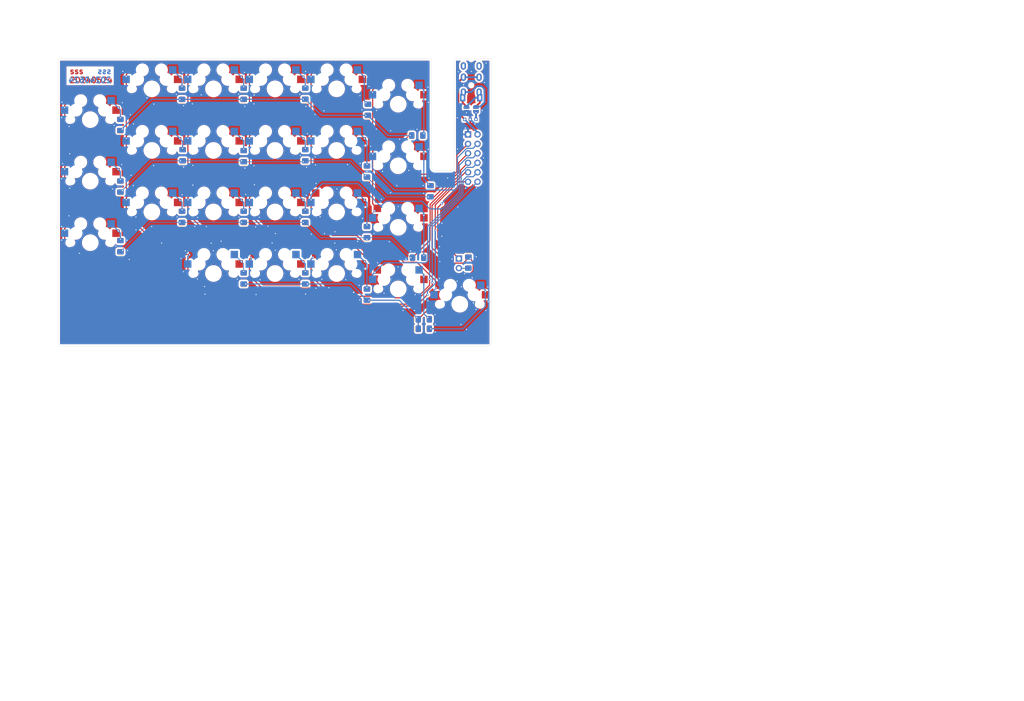
<source format=kicad_pcb>
(kicad_pcb (version 20221018) (generator pcbnew)
  (layers (0 "F.Cu" signal) (31 "B.Cu" signal) (34 "B.Paste" user) (35 "F.Paste" user) (36 "B.SilkS" user "B.Silkscreen") (37 "F.SilkS" user "F.Silkscreen") (38 "B.Mask" user) (39 "F.Mask" user) (44 "Edge.Cuts" user))
  (net 0 "")
  (net 1 "row0")
  (net 2 "Net-(D1-A)")
  (net 3 "Net-(D2-A)")
  (net 4 "Net-(D3-A)")
  (net 5 "Net-(D4-A)")
  (net 6 "Net-(D5-A)")
  (net 7 "Net-(D6-A)")
  (net 8 "row1")
  (net 9 "Net-(D10-A)")
  (net 10 "Net-(D11-A)")
  (net 11 "Net-(D12-A)")
  (net 12 "row2")
  (net 13 "Net-(D13-A)")
  (net 14 "Net-(D14-A)")
  (net 15 "Net-(D15-A)")
  (net 16 "Net-(D16-A)")
  (net 17 "Net-(D17-A)")
  (net 18 "Net-(D18-A)")
  (net 19 "row3")
  (net 20 "Net-(D19-A)")
  (net 21 "Net-(D20-A)")
  (net 22 "Net-(D21-A)")
  (net 23 "Net-(D22-A)")
  (net 24 "Net-(D23-A)")
  (net 25 "Net-(D24-A)")
  (net 26 "col0")
  (net 27 "col1")
  (net 28 "col2")
  (net 29 "col3")
  (net 30 "col4")
  (net 31 "col5")
  (net 32 "GND")
  (net 33 "VCC")
  (net 34 "data")
  (net 36 "Net-(D7-A)")
  (net 37 "Net-(D8-A)")
  (net 38 "Net-(D9-A)")
  (net 39 "VCC_in")
  (net 40 "GND_in")
  (footprint "0:CherryMX_HotSwap_Narrow" (layer "F.Cu") (at 133.34 91.725)
    (fp_text reference "SW20" hide)
    (fp_text value "SW_Push" hide)
  )
  (footprint "Connector_PinHeader_2.54mm:PinHeader_2x06_P2.54mm_Vertical" (layer "F.Cu") (at 135.54 46.19)
    (fp_text reference "U1" hide)
    (fp_text value "~" hide)
  )
  (footprint "Library:ll" (layer "F.Cu") (at 91.948 35.272 90)
    (fp_text reference "D3" hide)
    (fp_text value "D")
  )
  (footprint "0:CherryMX_HotSwap_Narrow" (layer "F.Cu") (at 50.84 66.975)
    (fp_text reference "SW17" hide)
    (fp_text value "SW_Push" hide)
  )
  (footprint "Library:ll" (layer "F.Cu") (at 75.438 84.802 90)
    (fp_text reference "D24" hide)
    (fp_text value "D")
  )
  (footprint "Library:ll" (layer "F.Cu") (at 125.476 61.434 90)
    (fp_text reference "D7" hide)
    (fp_text value "D")
  )
  (footprint "Library:ll" (layer "F.Cu") (at 91.948 68.292 90)
    (fp_text reference "D15" hide)
    (fp_text value "D")
  )
  (footprint "0:CherryMX_HotSwap_Narrow" (layer "F.Cu") (at 116.84 54.61)
    (fp_text reference "SW7" hide)
    (fp_text value "SW_Push" hide)
  )
  (footprint "Library:ll" (layer "F.Cu") (at 58.928 35.306 90)
    (fp_text reference "D5" hide)
    (fp_text value "D")
  )
  (footprint "0:CherryMX_HotSwap_Narrow" (layer "F.Cu") (at 67.34 33.975)
    (fp_text reference "SW4" hide)
    (fp_text value "SW_Push" hide)
  )
  (footprint "Library:ll" (layer "F.Cu") (at 42.418 43.654 90)
    (fp_text reference "D6" hide)
    (fp_text value "D")
  )
  (footprint "Library:ll" (layer "F.Cu") (at 75.438 35.306 90)
    (fp_text reference "D4" hide)
    (fp_text value "D")
  )
  (footprint "Library:ll" (layer "F.Cu") (at 121.954 46.482)
    (fp_text reference "D1" hide)
    (fp_text value "D")
  )
  (footprint "0:CherryMX_HotSwap_Narrow" (layer "F.Cu") (at 83.84 33.975)
    (fp_text reference "SW3" hide)
    (fp_text value "SW_Push" hide)
  )
  (footprint "0:CherryMX_HotSwap_Narrow" (layer "F.Cu") (at 67.34 66.975)
    (fp_text reference "SW16" hide)
    (fp_text value "SW_Push" hide)
  )
  (footprint "0:CherryMX_HotSwap_Narrow" (layer "F.Cu") (at 116.84 87.6)
    (fp_text reference "SW21" hide)
    (fp_text value "SW_Push" hide)
  )
  (footprint "Library:ll" (layer "F.Cu") (at 91.948 84.802 90)
    (fp_text reference "D23" hide)
    (fp_text value "D")
  )
  (footprint "Library:ll" (layer "F.Cu") (at 75.438 68.292 90)
    (fp_text reference "D16" hide)
    (fp_text value "D")
  )
  (footprint "0:CherryMX_HotSwap_Narrow" (layer "F.Cu") (at 67.34 50.475)
    (fp_text reference "SW10" hide)
    (fp_text value "SW_Push" hide)
  )
  (footprint "Library:ll" (layer "F.Cu") (at 59.0804 51.782 90)
    (fp_text reference "D11" hide)
    (fp_text value "D")
  )
  (footprint "0:CherryMX_HotSwap_Narrow" (layer "F.Cu") (at 100.34 66.975)
    (fp_text reference "SW14" hide)
    (fp_text value "SW_Push" hide)
  )
  (footprint "Library:ll" (layer "F.Cu") (at 123.698 95.758)
    (fp_text reference "D21" hide)
    (fp_text value "D")
  )
  (footprint "0:CherryMX_HotSwap_Narrow" (layer "F.Cu") (at 116.84 71.1)
    (fp_text reference "SW13" hide)
    (fp_text value "SW_Push" hide)
  )
  (footprint "0:SolderJumper-2_P1.3mm_Open_RoundedPad1.0x1.5mm" (layer "F.Cu") (at 137.668 39.482 -90)
    (fp_text reference "JP2" hide)
    (fp_text value "Jumper_2_Open" hide)
  )
  (footprint "kbd:MJ-4PP-9" (layer "F.Cu") (at 136.398 28.956)
    (fp_text reference "J1" hide)
    (fp_text value "AudioJack4" hide)
  )
  (footprint "0:CherryMX_HotSwap_Narrow" (layer "F.Cu") (at 116.84 38.1)
    (fp_text reference "SW1" hide)
    (fp_text value "SW_Push" hide)
  )
  (footprint "0:CherryMX_HotSwap_Narrow" (layer "F.Cu") (at 50.84 50.475)
    (fp_text reference "SW11" hide)
    (fp_text value "SW_Push" hide)
  )
  (footprint "Library:ll" (layer "F.Cu") (at 75.438 52.036 90)
    (fp_text reference "D10" hide)
    (fp_text value "D")
  )
  (footprint "0:CherryMX_HotSwap_Narrow" (layer "F.Cu") (at 34.34 58.725)
    (fp_text reference "SW12" hide)
    (fp_text value "SW_Push" hide)
  )
  (footprint "Library:ll" (layer "F.Cu") (at 123.698 98.298)
    (fp_text reference "D20" hide)
    (fp_text value "D")
  )
  (footprint "Library:ll" (layer "F.Cu") (at 108.712 39.59 90)
    (fp_text reference "D2" hide)
    (fp_text value "D")
  )
  (footprint "0:CherryMX_HotSwap_Narrow" (layer "F.Cu") (at 100.34 50.475)
    (fp_text reference "SW8" hide)
    (fp_text value "SW_Push" hide)
  )
  (footprint "0:CherryMX_HotSwap_Narrow" (layer "F.Cu") (at 100.34 83.475)
    (fp_text reference "SW22" hide)
    (fp_text value "SW_Push" hide)
  )
  (footprint "0:CherryMX_HotSwap_Narrow" (layer "F.Cu") (at 83.84 83.475)
    (fp_text reference "SW23" hide)
    (fp_text value "SW_Push" hide)
  )
  (footprint "Library:ll" (layer "F.Cu") (at 42.418 60.164 90)
    (fp_text reference "D12" hide)
    (fp_text value "D")
  )
  (footprint "Connector_PinHeader_1.00mm:PinHeader_1x01_P1.00mm_Vertical" (layer "F.Cu") (at 137.668 42.164)
    (fp_text reference "REF**" hide)
    (fp_text value "PinHeader_1x01_P1.00mm_Vertical" hide)
  )
  (footprint "Connector_PinHeader_1.00mm:PinHeader_1x01_P1.00mm_Vertical" (layer "F.Cu") (at 136.144 42.164)
    (fp_text reference "REF**" hide)
    (fp_text value "PinHeader_1x01_P1.00mm_Vertical" hide)
  )
  (footprint "Library:ll" (layer "F.Cu") (at 108.458 89.154 90)
    (fp_text reference "D22" hide)
    (fp_text value "D")
  )
  (footprint "0:SolderJumper-2_P1.3mm_Open_RoundedPad1.0x1.5mm" (layer "F.Cu") (at 135.128 39.512 -90)
    (fp_text reference "JP1" hide)
    (fp_text value "Jumper_2_Open" hide)
  )
  (footprint "Library:ll" (layer "F.Cu") (at 42.418 76.166 90)
    (fp_text reference "D18" hide)
    (fp_text value "D")
  )
  (footprint "Library:ll" (layer "F.Cu") (at 91.948 51.782 90)
    (fp_text reference "D9" hide)
    (fp_text value "D")
  )
  (footprint "0:CherryMX_HotSwap_Narrow" (layer "F.Cu") (at 50.84 33.975)
    (fp_text reference "SW5" hide)
    (fp_text value "SW_Push" hide)
  )
  (footprint "0:CherryMX_HotSwap_Narrow" (layer "F.Cu") (at 100.34 33.975)
    (fp_text reference "SW2" hide)
    (fp_text value "SW_Push" hide)
  )
  (footprint "Library:ll" (layer "F.Cu") (at 58.928 68.292 90)
    (fp_text reference "D17" hide)
    (fp_text value "D")
  )
  (footprint "0:CherryMX_HotSwap_Narrow" (layer "F.Cu") (at 34.34 75.225)
    (fp_text reference "SW18" hide)
    (fp_text value "SW_Push" hide)
  )
  (footprint "Library:ll" (layer "F.Cu") (at 135.636 80.5688 -90)
    (fp_text reference "D19" hide)
    (fp_text value "D")
  )
  (footprint "0:CherryMX_HotSwap_Narrow" (layer "F.Cu") (at 34.34 42.225)
    (fp_text reference "SW6" hide)
    (fp_text value "SW_Push" hide)
  )
  (footprint "0:CherryMX_HotSwap_Narrow" (layer "F.Cu") (at 83.84 66.975)
    (fp_text reference "SW15" hide)
    (fp_text value "SW_Push" hide)
  )
  (footprint "Library:ll" (layer "F.Cu") (at 108.458 56.134 90)
    (fp_text reference "D8" hide)
    (fp_text value "D")
  )
  (footprint "0:CherryMX_HotSwap_Narrow" (layer "F.Cu") (at 83.84 50.475)
    (fp_text reference "SW9" hide)
    (fp_text value "SW_Push" hide)
  )
  (footprint "Library:ll" (layer "F.Cu") (at 122.174 79.248)
    (fp_text reference "D13" hide)
    (fp_text value "D")
  )
  (footprint "0:CherryMX_HotSwap_Narrow" (layer "F.Cu") (at 67.34 83.475)
    (fp_text reference "SW24" hide)
    (fp_text value "SW_Push" hide)
  )
  (footprint "Connector_PinHeader_2.54mm:PinHeader_1x02_P2.54mm_Vertical" (layer "F.Cu") (at 133.096 79.497)
    (fp_text reference "SW19" hide)
    (fp_text value "SW_Push")
  )
  (footprint "Connector_PinHeader_1.00mm:PinHeader_1x01_P1.00mm_Vertical" (layer "F.Cu") (at 134.62 42.164)
    (fp_text reference "REF**" hide)
    (fp_text value "PinHeader_1x01_P1.00mm_Vertical" hide)
  )
  (footprint "Library:ll" (layer "F.Cu") (at 108.458 72.39 90)
    (fp_text reference "D14" hide)
    (fp_text value "D")
  )
  (footprint "0:SolderJumper-2_P1.3mm_Open_RoundedPad1.0x1.5mm" (layer "B.Cu") (at 137.668 39.482 -90)
    (fp_text reference "JP4" hide)
    (fp_text value "Jumper_2_Open" hide)
  )
  (footprint "0:SolderJumper-2_P1.3mm_Open_RoundedPad1.0x1.5mm" (layer "B.Cu") (at 135.128 39.482 -90)
    (fp_text reference "JP3" hide)
    (fp_text value "Jumper_2_Open" hide)
  )
  (gr_arc (start 131.830339 54.944316) (mid 131.537445 55.651422) (end 130.830339 55.944316) (stroke (width 0.05)) (layer "Edge.Cuts"))
  (gr_line (start 131.830339 25.947595) (end 131.830339 54.944316) (stroke (width 0.05)) (layer "Edge.Cuts"))
  (gr_line (start 25.747847 25.947595) (end 125.730339 25.947595) (stroke (width 0.05)) (layer "Edge.Cuts"))
  (gr_line (start 131.830339 25.947595) (end 141.747847 25.947595) (stroke (width 0.05)) (layer "Edge.Cuts"))
  (gr_line (start 141.747847 102.947594) (end 25.747847 102.947594) (stroke (width 0.05)) (layer "Edge.Cuts"))
  (gr_arc (start 126.730341 55.944314) (mid 126.023235 55.651421) (end 125.730341 54.944314) (stroke (width 0.05)) (layer "Edge.Cuts"))
  (gr_line (start 126.730341 55.944314) (end 130.830339 55.944316) (stroke (width 0.05)) (layer "Edge.Cuts"))
  (gr_line (start 125.730341 54.944314) (end 125.730339 25.947595) (stroke (width 0.05)) (layer "Edge.Cuts"))
  (gr_line (start 141.747847 25.947595) (end 141.747847 102.947594) (stroke (width 0.05)) (layer "Edge.Cuts"))
  (gr_line (start 25.747847 102.947594) (end 25.747847 25.947595) (stroke (width 0.05)) (layer "Edge.Cuts"))
  (gr_text "sss\n20240624" (at 28.6766 32.5374) (layer "F.Cu") (effects (font (size 1.5 1.5) (thickness 0.3) bold) (justify left bottom)))
  (gr_text "sss\n20240624" (at 40.132 32.512) (layer "B.Cu") (effects (font (size 1.5 1.5) (thickness 0.3) bold) (justify left bottom mirror)))
  (segment (start 132.5372 51.7328) (end 135.54 48.73) (width 0.3) (layer "F.Cu") (net 1))
  (segment (start 119.740994 46.482) (end 117.48 48.742994) (width 0.3) (layer "F.Cu") (net 1))
  (segment (start 120.8024 55.2704) (end 122.4026 56.8706) (width 0.3) (layer "F.Cu") (net 1))
  (segment (start 117.48 48.742994) (end 117.48 51.855887) (width 0.3) (layer "F.Cu") (net 1))
  (segment (start 132.5372 56.156694) (end 132.5372 51.7328) (width 0.3) (layer "F.Cu") (net 1))
  (segment (start 120.8024 55.178287) (end 120.8024 55.2704) (width 0.3) (layer "F.Cu") (net 1))
  (segment (start 120.0404 46.482) (end 119.740994 46.482) (width 0.3) (layer "F.Cu") (net 1))
  (segment (start 117.48 51.855887) (end 120.8024 55.178287) (width 0.3) (layer "F.Cu") (net 1))
  (segment (start 122.4026 56.8706) (end 131.823294 56.8706) (width 0.3) (layer "F.Cu") (net 1))
  (segment (start 131.823294 56.8706) (end 132.5372 56.156694) (width 0.3) (layer "F.Cu") (net 1))
  (via (at 42.926 44.7548) (size 0.6) (drill 0.3) (layers "F.Cu" "B.Cu") (net 1))
  (via (at 120.0404 46.482) (size 0.6) (drill 0.3) (layers "F.Cu" "B.Cu") (net 1))
  (via (at 91.3892 36.7792) (size 0.6) (drill 0.3) (layers "F.Cu" "B.Cu") (net 1))
  (via (at 58.3692 36.83) (size 0.6) (drill 0.3) (layers "F.Cu" "B.Cu") (net 1))
  (via (at 108.1532 41.0972) (size 0.6) (drill 0.3) (layers "F.Cu" "B.Cu") (net 1))
  (via (at 74.8792 36.83) (size 0.6) (drill 0.3) (layers "F.Cu" "B.Cu") (net 1))
  (segment (start 42.926 44.7548) (end 42.8022 44.7548) (width 0.3) (layer "B.Cu") (net 1))
  (segment (start 96.266 41.075) (end 91.948 36.757) (width 0.3) (layer "B.Cu") (net 1))
  (segment (start 91.3892 36.7792) (end 91.367 36.757) (width 0.3) (layer "B.Cu") (net 1))
  (segment (start 91.4114 36.757) (end 91.3892 36.7792) (width 0.3) (layer "B.Cu") (net 1))
  (segment (start 58.3302 36.791) (end 50.766 36.791) (width 0.3) (layer "B.Cu") (net 1))
  (segment (start 74.9182 36.791) (end 75.438 36.791) (width 0.3) (layer "B.Cu") (net 1))
  (segment (start 120.469 46.482) (end 120.0404 46.482) (width 0.3) (layer "B.Cu") (net 1))
  (segment (start 108.1532 41.0972) (end 108.131 41.075) (width 0.3) (layer "B.Cu") (net 1))
  (segment (start 120.0404 46.482) (end 114.119 46.482) (width 0.3) (layer "B.Cu") (net 1))
  (segment (start 91.948 36.757) (end 91.4114 36.757) (width 0.3) (layer "B.Cu") (net 1))
  (segment (start 75.472 36.757) (end 75.438 36.791) (width 0.3) (layer "B.Cu") (net 1))
  (segment (start 58.928 36.791) (end 74.8402 36.791) (width 0.3) (layer "B.Cu") (net 1))
  (segment (start 74.8792 36.83) (end 74.9182 36.791) (width 0.3) (layer "B.Cu") (net 1))
  (segment (start 74.8402 36.791) (end 74.8792 36.83) (width 0.3) (layer "B.Cu") (net 1))
  (segment (start 58.4082 36.791) (end 58.3692 36.83) (width 0.3) (layer "B.Cu") (net 1))
  (segment (start 42.8022 44.7548) (end 42.418 45.139) (width 0.3) (layer "B.Cu") (net 1))
  (segment (start 91.367 36.757) (end 75.472 36.757) (width 0.3) (layer "B.Cu") (net 1))
  (segment (start 108.712 41.075) (end 108.1754 41.075) (width 0.3) (layer "B.Cu") (net 1))
  (segment (start 42.926 44.631) (end 42.926 44.7548) (width 0.3) (layer "B.Cu") (net 1))
  (segment (start 108.1754 41.075) (end 108.1532 41.0972) (width 0.3) (layer "B.Cu") (net 1))
  (segment (start 58.3692 36.83) (end 58.3302 36.791) (width 0.3) (layer "B.Cu") (net 1))
  (segment (start 58.928 36.791) (end 58.4082 36.791) (width 0.3) (layer "B.Cu") (net 1))
  (segment (start 50.766 36.791) (end 42.926 44.631) (width 0.3) (layer "B.Cu") (net 1))
  (segment (start 108.131 41.075) (end 96.266 41.075) (width 0.3) (layer "B.Cu") (net 1))
  (segment (start 114.119 46.482) (end 108.712 41.075) (width 0.3) (layer "B.Cu") (net 1))
  (via (at 123.698 45.9232) (size 0.6) (drill 0.3) (layers "F.Cu" "B.Cu") (net 2))
  (via (at 123.698 34.8488) (size 0.6) (drill 0.3) (layers "F.Cu" "B.Cu") (net 2))
  (segment (start 123.69 46.236) (end 123.444 46.482) (width 0.3) (layer "B.Cu") (net 2))
  (segment (start 123.69 34.8568) (end 123.69 45.9152) (width 0.3) (layer "B.Cu") (net 2))
  (segment (start 123.69 45.9152) (end 123.698 45.9232) (width 0.3) (layer "B.Cu") (net 2))
  (segment (start 122.44 33.02) (end 123.69 34.27) (width 0.3) (layer "B.Cu") (net 2))
  (segment (start 123.698 45.9232) (end 123.69 45.9312) (width 0.3) (layer "B.Cu") (net 2))
  (segment (start 123.69 34.27) (end 123.69 34.8408) (width 0.3) (layer "B.Cu") (net 2))
  (segment (start 123.69 34.8408) (end 123.698 34.8488) (width 0.3) (layer "B.Cu") (net 2))
  (segment (start 123.698 34.8488) (end 123.69 34.8568) (width 0.3) (layer "B.Cu") (net 2))
  (segment (start 123.69 45.9312) (end 123.69 46.236) (width 0.3) (layer "B.Cu") (net 2))
  (via (at 107.7468 30.7848) (size 0.6) (drill 0.3) (layers "F.Cu" "B.Cu") (net 3))
  (via (at 108.204 37.6936) (size 0.6) (drill 0.3) (layers "F.Cu" "B.Cu") (net 3))
  (segment (start 105.94 28.895) (end 107.7468 30.7018) (width 0.3) (layer "B.Cu") (net 3))
  (segment (start 108.204 37.6936) (end 108.3056 37.6936) (width 0.3) (layer "B.Cu") (net 3))
  (segment (start 107.7468 37.1348) (end 108.204 37.592) (width 0.3) (layer "B.Cu") (net 3))
  (segment (start 108.3056 37.6936) (end 108.712 38.1) (width 0.3) (layer "B.Cu") (net 3))
  (segment (start 107.7468 30.7018) (end 107.7468 30.7848) (width 0.3) (layer "B.Cu") (net 3))
  (segment (start 108.204 37.592) (end 108.204 37.6936) (width 0.3) (layer "B.Cu") (net 3))
  (segment (start 107.7468 30.7848) (end 107.7468 37.1348) (width 0.3) (layer "B.Cu") (net 3))
  (via (at 91.3892 30.8356) (size 0.6) (drill 0.3) (layers "F.Cu" "B.Cu") (net 4))
  (via (at 91.948 33.3756) (size 0.6) (drill 0.3) (layers "F.Cu" "B.Cu") (net 4))
  (segment (start 91.948 31.403) (end 91.948 33.3756) (width 0.3) (layer "B.Cu") (net 4))
  (segment (start 91.3806 30.8356) (end 91.3892 30.8356) (width 0.3) (layer "B.Cu") (net 4))
  (segment (start 91.3892 30.8356) (end 91.3892 30.8442) (width 0.3) (layer "B.Cu") (net 4))
  (segment (start 91.3892 30.8442) (end 91.948 31.403) (width 0.3) (layer "B.Cu") (net 4))
  (segment (start 91.948 33.3756) (end 91.948 33.782) (width 0.3) (layer "B.Cu") (net 4))
  (segment (start 89.44 28.895) (end 91.3806 30.8356) (width 0.3) (layer "B.Cu") (net 4))
  (via (at 74.8284 30.8356) (size 0.6) (drill 0.3) (layers "F.Cu" "B.Cu") (net 5))
  (via (at 75.438 33.401) (size 0.6) (drill 0.3) (layers "F.Cu" "B.Cu") (net 5))
  (segment (start 75.438 33.401) (end 75.438 33.816) (width 0.3) (layer "B.Cu") (net 5))
  (segment (start 72.94 28.895) (end 74.8284 30.7834) (width 0.3) (layer "B.Cu") (net 5))
  (segment (start 74.8806 30.8356) (end 75.438 31.393) (width 0.3) (layer "B.Cu") (net 5))
  (segment (start 75.438 31.393) (end 75.438 33.401) (width 0.3) (layer "B.Cu") (net 5))
  (segment (start 74.8284 30.7834) (end 74.8284 30.8356) (width 0.3) (layer "B.Cu") (net 5))
  (segment (start 74.8284 30.8356) (end 74.8806 30.8356) (width 0.3) (layer "B.Cu") (net 5))
  (via (at 58.928 33.401) (size 0.6) (drill 0.3) (layers "F.Cu" "B.Cu") (net 6))
  (via (at 58.3692 30.8864) (size 0.6) (drill 0.3) (layers "F.Cu" "B.Cu") (net 6))
  (segment (start 58.928 33.401) (end 58.928 33.816) (width 0.3) (layer "B.Cu") (net 6))
  (segment (start 58.3692 30.8242) (end 58.3692 30.8864) (width 0.3) (layer "B.Cu") (net 6))
  (segment (start 58.3692 30.8864) (end 58.4314 30.8864) (width 0.3) (layer "B.Cu") (net 6))
  (segment (start 58.928 31.383) (end 58.928 33.401) (width 0.3) (layer "B.Cu") (net 6))
  (segment (start 56.44 28.895) (end 58.3692 30.8242) (width 0.3) (layer "B.Cu") (net 6))
  (segment (start 58.4314 30.8864) (end 58.928 31.383) (width 0.3) (layer "B.Cu") (net 6))
  (via (at 42.418 41.7576) (size 0.6) (drill 0.3) (layers "F.Cu" "B.Cu") (net 7))
  (via (at 41.8592 39.0652) (size 0.6) (drill 0.3) (layers "F.Cu" "B.Cu") (net 7))
  (segment (start 42.418 39.623) (end 41.8602 39.0652) (width 0.3) (layer "B.Cu") (net 7))
  (segment (start 41.8602 39.0652) (end 41.8592 39.0652) (width 0.3) (layer "B.Cu") (net 7))
  (segment (start 41.8592 39.0652) (end 41.8592 39.0642) (width 0.3) (layer "B.Cu") (net 7))
  (segment (start 42.418 42.164) (end 42.418 41.7576) (width 0.3) (layer "B.Cu") (net 7))
  (segment (start 41.8592 39.0642) (end 39.94 37.145) (width 0.3) (layer "B.Cu") (net 7))
  (segment (start 42.418 41.7576) (end 42.418 39.623) (width 0.3) (layer "B.Cu") (net 7))
  (segment (start 125.476 62.924) (end 126.477 62.924) (width 0.3) (layer "F.Cu") (net 8))
  (segment (start 133.0372 53.7728) (end 135.54 51.27) (width 0.3) (layer "F.Cu") (net 8))
  (segment (start 126.477 62.924) (end 133.0372 56.3638) (width 0.3) (layer "F.Cu") (net 8))
  (segment (start 133.0372 56.3638) (end 133.0372 53.7728) (width 0.3) (layer "F.Cu") (net 8))
  (via (at 42.926 61.2648) (size 0.6) (drill 0.3) (layers "F.Cu" "B.Cu") (net 8))
  (via (at 58.5216 53.2638) (size 0.6) (drill 0.3) (layers "F.Cu" "B.Cu") (net 8))
  (via (at 91.3892 53.5178) (size 0.6) (drill 0.3) (layers "F.Cu" "B.Cu") (net 8))
  (via (at 108.0262 57.2262) (size 0.6) (drill 0.3) (layers "F.Cu" "B.Cu") (net 8))
  (via (at 124.9172 62.9412) (size 0.6) (drill 0.3) (layers "F.Cu" "B.Cu") (net 8))
  (via (at 74.8792 53.2638) (size 0.6) (drill 0.3) (layers "F.Cu" "B.Cu") (net 8))
  (segment (start 42.8022 61.2648) (end 42.926 61.2648) (width 0.2) (layer "B.Cu") (net 8))
  (segment (start 75.438 53.521) (end 91.386 53.521) (width 0.2) (layer "B.Cu") (net 8))
  (segment (start 108.0652 57.2262) (end 108.458 57.619) (width 0.2) (layer "B.Cu") (net 8))
  (segment (start 42.418 61.649) (end 42.8022 61.2648) (width 0.2) (layer "B.Cu") (net 8))
  (segment (start 91.3892 53.5178) (end 91.3924 53.521) (width 0.2) (layer "B.Cu") (net 8))
  (segment (start 104.106 53.267) (end 108.0262 57.1872) (width 0.2) (layer "B.Cu") (net 8))
  (segment (start 74.876 53.267) (end 74.8792 53.2638) (width 0.2) (layer "B.Cu") (net 8))
  (segment (start 58.5184 53.267) (end 58.5216 53.2638) (width 0.2) (layer "B.Cu") (net 8))
  (segment (start 58.5248 53.267) (end 59.0804 53.267) (width 0.2) (layer "B.Cu") (net 8))
  (segment (start 108.0262 57.1872) (end 108.0262 57.2262) (width 0.2) (layer "B.Cu") (net 8))
  (segment (start 58.5216 53.2638) (end 58.5248 53.267) (width 0.2) (layer "B.Cu") (net 8))
  (segment (start 113.758 62.919) (end 124.895 62.919) (width 0.2) (layer "B.Cu") (net 8))
  (segment (start 91.386 53.521) (end 91.3892 53.5178) (width 0.2) (layer "B.Cu") (net 8))
  (segment (start 75.184 53.267) (end 75.438 53.521) (width 0.2) (layer "B.Cu") (net 8))
  (segment (start 91.948 53.267) (end 104.106 53.267) (width 0.2) (layer "B.Cu") (net 8))
  (segment (start 74.8824 53.267) (end 75.184 53.267) (width 0.2) (layer "B.Cu") (net 8))
  (segment (start 42.926 61.141) (end 50.8 53.267) (width 0.2) (layer "B.Cu") (net 8))
  (segment (start 124.9172 62.9412) (end 124.9394 62.919) (width 0.2) (layer "B.Cu") (net 8))
  (segment (start 59.0804 53.267) (end 74.876 53.267) (width 0.2) (layer "B.Cu") (net 8))
  (segment (start 50.8 53.267) (end 58.5184 53.267) (width 0.2) (layer "B.Cu") (net 8))
  (segment (start 124.9394 62.919) (end 125.476 62.919) (width 0.2) (layer "B.Cu") (net 8))
  (segment (start 124.895 62.919) (end 124.9172 62.9412) (width 0.2) (layer "B.Cu") (net 8))
  (segment (start 74.8792 53.2638) (end 74.8824 53.267) (width 0.2) (layer "B.Cu") (net 8))
  (segment (start 42.926 61.2648) (end 42.926 61.141) (width 0.2) (layer "B.Cu") (net 8))
  (segment (start 91.3924 53.521) (end 91.694 53.521) (width 0.2) (layer "B.Cu") (net 8))
  (segment (start 108.0262 57.2262) (end 108.0652 57.2262) (width 0.2) (layer "B.Cu") (net 8))
  (segment (start 108.458 57.619) (end 113.758 62.919) (width 0.2) (layer "B.Cu") (net 8))
  (segment (start 91.694 53.521) (end 91.948 53.267) (width 0.2) (layer "B.Cu") (net 8))
  (via (at 74.8284 47.3456) (size 0.6) (drill 0.3) (layers "F.Cu" "B.Cu") (net 9))
  (via (at 75.438 50.1396) (size 0.6) (drill 0.3) (layers "F.Cu" "B.Cu") (net 9))
  (segment (start 74.8906 47.3456) (end 75.438 47.893) (width 0.3) (layer "B.Cu") (net 9))
  (segment (start 75.438 47.893) (end 75.438 50.1396) (width 0.3) (layer "B.Cu") (net 9))
  (segment (start 74.8284 47.3456) (end 74.8906 47.3456) (width 0.3) (layer "B.Cu") (net 9))
  (segment (start 75.438 50.1396) (end 75.438 50.546) (width 0.3) (layer "B.Cu") (net 9))
  (segment (start 72.94 45.395) (end 74.8284 47.2834) (width 0.3) (layer "B.Cu") (net 9))
  (segment (start 74.8284 47.2834) (end 74.8284 47.3456) (width 0.3) (layer "B.Cu") (net 9))
  (via (at 58.3438 47.3202) (size 0.6) (drill 0.3) (layers "F.Cu" "B.Cu") (net 10))
  (via (at 59.0804 49.8856) (size 0.6) (drill 0.3) (layers "F.Cu" "B.Cu") (net 10))
  (segment (start 58.3652 47.3202) (end 59.0804 48.0354) (width 0.3) (layer "B.Cu") (net 10))
  (segment (start 59.0804 49.8856) (end 59.0804 50.292) (width 0.3) (layer "B.Cu") (net 10))
  (segment (start 59.0804 48.0354) (end 59.0804 49.8856) (width 0.3) (layer "B.Cu") (net 10))
  (segment (start 58.3438 47.3202) (end 58.3652 47.3202) (width 0.3) (layer "B.Cu") (net 10))
  (segment (start 58.3438 47.2988) (end 58.3438 47.3202) (width 0.3) (layer "B.Cu") (net 10))
  (segment (start 56.44 45.395) (end 58.3438 47.2988) (width 0.3) (layer "B.Cu") (net 10))
  (via (at 42.418 58.2676) (size 0.6) (drill 0.3) (layers "F.Cu" "B.Cu") (net 11))
  (via (at 41.8338 55.5752) (size 0.6) (drill 0.3) (layers "F.Cu" "B.Cu") (net 11))
  (segment (start 41.8338 55.5752) (end 41.8338 55.5388) (width 0.3) (layer "B.Cu") (net 11))
  (segment (start 42.418 58.2676) (end 42.418 56.123) (width 0.3) (layer "B.Cu") (net 11))
  (segment (start 41.8702 55.5752) (end 41.8338 55.5752) (width 0.3) (layer "B.Cu") (net 11))
  (segment (start 42.418 56.123) (end 41.8702 55.5752) (width 0.3) (layer "B.Cu") (net 11))
  (segment (start 42.418 58.674) (end 42.418 58.2676) (width 0.3) (layer "B.Cu") (net 11))
  (segment (start 41.8338 55.5388) (end 39.94 53.645) (width 0.3) (layer "B.Cu") (net 11))
  (segment (start 133.5372 55.8128) (end 135.54 53.81) (width 0.3) (layer "F.Cu") (net 12))
  (segment (start 120.684 79.248) (end 125.3998 74.5322) (width 0.3) (layer "F.Cu") (net 12))
  (segment (start 125.3998 64.943156) (end 133.5372 56.805756) (width 0.3) (layer "F.Cu") (net 12))
  (segment (start 125.3998 74.5322) (end 125.3998 64.943156) (width 0.3) (layer "F.Cu") (net 12))
  (segment (start 133.5372 56.805756) (end 133.5372 55.8128) (width 0.3) (layer "F.Cu") (net 12))
  (via (at 42.9768 77.2668) (size 0.6) (drill 0.3) (layers "F.Cu" "B.Cu") (net 12))
  (via (at 108.458 74.3204) (size 0.6) (drill 0.3) (layers "F.Cu" "B.Cu") (net 12))
  (via (at 91.3892 69.7738) (size 0.6) (drill 0.3) (layers "F.Cu" "B.Cu") (net 12))
  (via (at 74.8792 69.7738) (size 0.6) (drill 0.3) (layers "F.Cu" "B.Cu") (net 12))
  (via (at 58.3692 69.7738) (size 0.6) (drill 0.3) (layers "F.Cu" "B.Cu") (net 12))
  (via (at 120.2436 79.248) (size 0.6) (drill 0.3) (layers "F.Cu" "B.Cu") (net 12))
  (segment (start 50.292 69.777) (end 42.9768 77.0922) (width 0.2) (layer "B.Cu") (net 12))
  (segment (start 91.948 69.777) (end 91.3924 69.777) (width 0.2) (layer "B.Cu") (net 12))
  (segment (start 42.8022 77.2668) (end 42.418 77.651) (width 0.2) (layer "B.Cu") (net 12))
  (segment (start 114.8706 73.875) (end 108.458 73.875) (width 0.2) (layer "B.Cu") (net 12))
  (segment (start 74.8792 69.7738) (end 74.876 69.777) (width 0.2) (layer "B.Cu") (net 12))
  (segment (start 120.2436 79.248) (end 114.8706 73.875) (width 0.2) (layer "B.Cu") (net 12))
  (segment (start 91.3892 69.7738) (end 91.386 69.777) (width 0.2) (layer "B.Cu") (net 12))
  (segment (start 58.3692 69.7738) (end 58.366 69.777) (width 0.2) (layer "B.Cu") (net 12))
  (segment (start 91.386 69.777) (end 75.438 69.777) (width 0.2) (layer "B.Cu") (net 12))
  (segment (start 42.9768 77.0922) (end 42.9768 77.2668) (width 0.2) (layer "B.Cu") (net 12))
  (segment (start 58.3724 69.777) (end 58.3692 69.7738) (width 0.2) (layer "B.Cu") (net 12))
  (segment (start 108.458 73.875) (end 96.046 73.875) (width 0.2) (layer "B.Cu") (net 12))
  (segment (start 74.876 69.777) (end 58.928 69.777) (width 0.2) (layer "B.Cu") (net 12))
  (segment (start 75.438 69.777) (end 74.8824 69.777) (width 0.2) (layer "B.Cu") (net 12))
  (segment (start 58.928 69.777) (end 58.3724 69.777) (width 0.2) (layer "B.Cu") (net 12))
  (segment (start 58.366 69.777) (end 50.292 69.777) (width 0.2) (layer "B.Cu") (net 12))
  (segment (start 74.8824 69.777) (end 74.8792 69.7738) (width 0.2) (layer "B.Cu") (net 12))
  (segment (start 91.3924 69.777) (end 91.3892 69.7738) (width 0.2) (layer "B.Cu") (net 12))
  (segment (start 42.9768 77.2668) (end 42.8022 77.2668) (width 0.2) (layer "B.Cu") (net 12))
  (segment (start 96.046 73.875) (end 91.948 69.777) (width 0.2) (layer "B.Cu") (net 12))
  (via (at 123.698 67.8942) (size 0.6) (drill 0.3) (layers "F.Cu" "B.Cu") (net 13))
  (via (at 123.698 78.6638) (size 0.6) (drill 0.3) (layers "F.Cu" "B.Cu") (net 13))
  (segment (start 123.69 79.222) (end 123.664 79.248) (width 0.3) (layer "B.Cu") (net 13))
  (segment (start 123.698 67.8942) (end 123.69 67.9022) (width 0.3) (layer "B.Cu") (net 13))
  (segment (start 122.44 66.02) (end 123.69 67.27) (width 0.3) (layer "B.Cu") (net 13))
  (segment (start 123.69 78.6718) (end 123.69 79.222) (width 0.3) (layer "B.Cu") (net 13))
  (segment (start 123.69 78.6558) (end 123.698 78.6638) (width 0.3) (layer "B.Cu") (net 13))
  (segment (start 123.69 67.9022) (end 123.69 78.6558) (width 0.3) (layer "B.Cu") (net 13))
  (segment (start 123.698 78.6638) (end 123.69 78.6718) (width 0.3) (layer "B.Cu") (net 13))
  (segment (start 123.69 67.27) (end 123.69 67.8862) (width 0.3) (layer "B.Cu") (net 13))
  (segment (start 123.69 67.8862) (end 123.698 67.8942) (width 0.3) (layer "B.Cu") (net 13))
  (via (at 107.823 63.8302) (size 0.6) (drill 0.3) (layers "F.Cu" "B.Cu") (net 14))
  (via (at 108.458 70.485) (size 0.6) (drill 0.3) (layers "F.Cu" "B.Cu") (net 14))
  (segment (start 105.94 61.895) (end 107.823 63.778) (width 0.3) (layer "B.Cu") (net 14))
  (segment (start 107.8752 63.8302) (end 108.458 64.413) (width 0.3) (layer "B.Cu") (net 14))
  (segment (start 107.823 63.778) (end 107.823 63.8302) (width 0.3) (layer "B.Cu") (net 14))
  (segment (start 108.458 70.485) (end 108.458 70.9) (width 0.3) (layer "B.Cu") (net 14))
  (segment (start 107.823 63.8302) (end 107.8752 63.8302) (width 0.3) (layer "B.Cu") (net 14))
  (segment (start 108.458 64.413) (end 108.458 70.485) (width 0.3) (layer "B.Cu") (net 14))
  (via (at 91.3384 63.8048) (size 0.6) (drill 0.3) (layers "F.Cu" "B.Cu") (net 15))
  (via (at 91.948 66.421) (size 0.6) (drill 0.3) (layers "F.Cu" "B.Cu") (net 15))
  (segment (start 91.948 64.403) (end 91.948 66.421) (width 0.3) (layer "B.Cu") (net 15))
  (segment (start 91.3384 63.8048) (end 91.3498 63.8048) (width 0.3) (layer "B.Cu") (net 15))
  (segment (start 91.3498 63.8048) (end 91.948 64.403) (width 0.3) (layer "B.Cu") (net 15))
  (segment (start 91.3384 63.7934) (end 91.3384 63.8048) (width 0.3) (layer "B.Cu") (net 15))
  (segment (start 91.948 66.421) (end 91.948 66.802) (width 0.3) (layer "B.Cu") (net 15))
  (segment (start 89.44 61.895) (end 91.3384 63.7934) (width 0.3) (layer "B.Cu") (net 15))
  (via (at 74.8538 63.8302) (size 0.6) (drill 0.3) (layers "F.Cu" "B.Cu") (net 16))
  (via (at 75.438 66.3956) (size 0.6) (drill 0.3) (layers "F.Cu" "B.Cu") (net 16))
  (segment (start 74.8538 63.8302) (end 74.8752 63.8302) (width 0.3) (layer "B.Cu") (net 16))
  (segment (start 74.8752 63.8302) (end 75.438 64.393) (width 0.3) (layer "B.Cu") (net 16))
  (segment (start 75.438 64.393) (end 75.438 66.3956) (width 0.3) (layer "B.Cu") (net 16))
  (segment (start 72.94 61.895) (end 74.8538 63.8088) (width 0.3) (layer "B.Cu") (net 16))
  (segment (start 74.8538 63.8088) (end 74.8538 63.8302) (width 0.3) (layer "B.Cu") (net 16))
  (segment (start 75.438 66.3956) (end 75.438 66.802) (width 0.3) (layer "B.Cu") (net 16))
  (via (at 58.3438 63.8302) (size 0.6) (drill 0.3) (layers "F.Cu" "B.Cu") (net 17))
  (via (at 58.9534 66.3956) (size 0.6) (drill 0.3) (layers "F.Cu" "B.Cu") (net 17))
  (segment (start 58.3438 63.7988) (end 58.3438 63.8302) (width 0.3) (layer "B.Cu") (net 17))
  (segment (start 58.928 66.3702) (end 58.9534 66.3956) (width 0.3) (layer "B.Cu") (net 17))
  (segment (start 58.928 64.383) (end 58.928 66.3702) (width 0.3) (layer "B.Cu") (net 17))
  (segment (start 58.3752 63.8302) (end 58.928 64.383) (width 0.3) (layer "B.Cu") (net 17))
  (segment (start 58.3438 63.8302) (end 58.3752 63.8302) (width 0.3) (layer "B.Cu") (net 17))
  (segment (start 58.9534 66.3956) (end 58.928 66.421) (width 0.3) (layer "B.Cu") (net 17))
  (segment (start 58.928 66.421) (end 58.928 66.802) (width 0.3) (layer "B.Cu") (net 17))
  (segment (start 56.44 61.895) (end 58.3438 63.7988) (width 0.3) (layer "B.Cu") (net 17))
  (via (at 41.8592 72.0598) (size 0.6) (drill 0.3) (layers "F.Cu" "B.Cu") (net 18))
  (via (at 42.418 74.2696) (size 0.6) (drill 0.3) (layers "F.Cu" "B.Cu") (net 18))
  (segment (start 42.418 74.2696) (end 42.418 72.623) (width 0.3) (layer "B.Cu") (net 18))
  (segment (start 41.8548 72.0598) (end 39.94 70.145) (width 0.3) (layer "B.Cu") (net 18))
  (segment (start 42.418 74.676) (end 42.418 74.2696) (width 0.3) (layer "B.Cu") (net 18))
  (segment (start 41.8592 72.0642) (end 41.8592 72.0598) (width 0.3) (layer "B.Cu") (net 18))
  (segment (start 41.8592 72.0598) (end 41.8548 72.0598) (width 0.3) (layer "B.Cu") (net 18))
  (segment (start 42.418 72.623) (end 41.8592 72.0642) (width 0.3) (layer "B.Cu") (net 18))
  (segment (start 125.8998 76.5984) (end 129.9984 80.697) (width 0.3) (layer "F.Cu") (net 19))
  (segment (start 135.54 56.35) (end 134.785 56.35) (width 0.3) (layer "F.Cu") (net 19))
  (segment (start 125.8998 65.2352) (end 125.8998 76.5984) (width 0.3) (layer "F.Cu") (net 19))
  (segment (start 136.144 79.502) (end 136.0592 79.502) (width 0.3) (layer "F.Cu") (net 19))
  (segment (start 135.636 79.0788) (end 135.3652 79.0788) (width 0.3) (layer "F.Cu") (net 19))
  (segment (start 124.5448 93.4212) (end 128.6256 93.4212) (width 0.3) (layer "F.Cu") (net 19))
  (segment (start 132.7912 86.846556) (end 136.906 82.731756) (width 0.3) (layer "F.Cu") (net 19))
  (segment (start 134.296 80.697) (end 135.636 79.357) (width 0.3) (layer "F.Cu") (net 19))
  (segment (start 122.208 95.758) (end 122.208 98.298) (width 0.2) (layer "F.Cu") (net 19))
  (segment (start 135.636 79.357) (end 135.636 79.0788) (width 0.3) (layer "F.Cu") (net 19))
  (segment (start 134.785 56.35) (end 125.8998 65.2352) (width 0.3) (layer "F.Cu") (net 19))
  (segment (start 128.6256 93.4212) (end 130.94 91.1068) (width 0.3) (layer "F.Cu") (net 19))
  (segment (start 136.0592 79.502) (end 135.636 79.0788) (width 0.3) (layer "F.Cu") (net 19))
  (segment (start 136.906 80.3488) (end 136.144 79.5868) (width 0.3) (layer "F.Cu") (net 19))
  (segment (start 129.9984 80.697) (end 134.296 80.697) (width 0.3) (layer "F.Cu") (net 19))
  (segment (start 122.208 95.758) (end 124.5448 93.4212) (width 0.3) (layer "F.Cu") (net 19))
  (segment (start 136.144 79.5868) (end 136.144 79.502) (width 0.3) (layer "F.Cu") (net 19))
  (segment (start 132.7912 88.7476) (end 132.7912 86.846556) (width 0.3) (layer "F.Cu") (net 19))
  (segment (start 136.906 82.731756) (end 136.906 80.3488) (width 0.3) (layer "F.Cu") (net 19))
  (segment (start 130.94 91.1068) (end 130.94 90.5988) (width 0.3) (layer "F.Cu") (net 19))
  (segment (start 130.94 90.5988) (end 132.7912 88.7476) (width 0.3) (layer "F.Cu") (net 19))
  (via (at 92.5068 86.2838) (size 0.6) (drill 0.3) (layers "F.Cu" "B.Cu") (net 19))
  (via (at 121.8184 95.25) (size 0.6) (drill 0.3) (layers "F.Cu" "B.Cu") (net 19))
  (via (at 109.0168 90.678) (size 0.6) (drill 0.3) (layers "F.Cu" "B.Cu") (net 19))
  (via (at 75.9968 86.3092) (size 0.6) (drill 0.3) (layers "F.Cu" "B.Cu") (net 19))
  (via (at 136.144 79.502) (size 0.6) (drill 0.3) (layers "F.Cu" "B.Cu") (net 19))
  (segment (start 92.5036 86.287) (end 92.5068 86.2838) (width 0.3) (layer "B.Cu") (net 19))
  (segment (start 92.5068 86.2838) (end 92.51 86.287) (width 0.3) (layer "B.Cu") (net 19))
  (segment (start 109.0558 90.639) (end 117.094 90.639) (width 0.3) (layer "B.Cu") (net 19))
  (segment (start 117.094 90.639) (end 121.705 95.25) (width 0.3) (layer "B.Cu") (net 19))
  (segment (start 104.106 86.287) (end 108.458 90.639) (width 0.3) (layer "B.Cu") (net 19))
  (segment (start 75.438 86.287) (end 75.9746 86.287) (width 0.3) (layer "B.Cu") (net 19))
  (segment (start 121.8184 95.3634) (end 122.213 95.758) (width 0.3) (layer "B.Cu") (net 19))
  (segment (start 76.019 86.287) (end 91.948 86.287) (width 0.3) (layer "B.Cu") (net 19))
  (segment (start 121.8184 95.25) (end 121.8184 95.3634) (width 0.3) (layer "B.Cu") (net 19))
  (segment (start 91.948 86.287) (end 92.5036 86.287) (width 0.3) (layer "B.Cu") (net 19))
  (segment (start 75.9746 86.287) (end 75.9968 86.3092) (width 0.3) (layer "B.Cu") (net 19))
  (segment (start 108.9778 90.639) (end 109.0168 90.678) (width 0.3) (layer "B.Cu") (net 19))
  (segment (start 108.458 90.639) (end 108.9778 90.639) (width 0.3) (layer "B.Cu") (net 19))
  (segment (start 121.705 95.25) (end 121.8184 95.25) (width 0.3) (layer "B.Cu") (net 19))
  (segment (start 109.0168 90.678) (end 109.0558 90.639) (width 0.3) (layer "B.Cu") (net 19))
  (segment (start 92.51 86.287) (end 104.106 86.287) (width 0.3) (layer "B.Cu") (net 19))
  (segment (start 75.9968 86.3092) (end 76.019 86.287) (width 0.3) (layer "B.Cu") (net 19))
  (segment (start 122.213 95.758) (end 122.213 98.298) (width 0.3) (layer "B.Cu") (net 19))
  (segment (start 135.636 82.0588) (end 133.1178 82.0588) (width 0.2) (layer "F.Cu") (net 20))
  (segment (start 133.1178 82.0588) (end 133.096 82.037) (width 0.2) (layer "F.Cu") (net 20))
  (segment (start 135.636 82.0588) (end 133.1178 82.0588) (width 0.2) (layer "B.Cu") (net 20))
  (segment (start 133.1178 82.0588) (end 133.096 82.037) (width 0.2) (layer "B.Cu") (net 20))
  (via (at 125.5776 98.298) (size 0.6) (drill 0.3) (layers "F.Cu" "B.Cu") (net 21))
  (via (at 140.208 88.3412) (size 0.6) (drill 0.3) (layers "F.Cu" "B.Cu") (net 21))
  (segment (start 125.5776 98.298) (end 134.176188 98.298) (width 0.3) (layer "B.Cu") (net 21))
  (segment (start 140.19 88.3232) (end 140.19 87.895) (width 0.3) (layer "B.Cu") (net 21))
  (segment (start 125.188 98.298) (end 125.5776 98.298) (width 0.3) (layer "B.Cu") (net 21))
  (segment (start 140.19 87.895) (end 138.94 86.645) (width 0.3) (layer "B.Cu") (net 21))
  (segment (start 134.176188 98.298) (end 140.19 92.284188) (width 0.3) (layer "B.Cu") (net 21))
  (segment (start 140.19 92.284188) (end 140.19 88.3592) (width 0.3) (layer "B.Cu") (net 21))
  (segment (start 140.208 88.3412) (end 140.19 88.3232) (width 0.3) (layer "B.Cu") (net 21))
  (segment (start 140.19 88.3592) (end 140.208 88.3412) (width 0.3) (layer "B.Cu") (net 21))
  (via (at 123.698 84.3534) (size 0.6) (drill 0.3) (layers "F.Cu" "B.Cu") (net 22))
  (via (at 124.7648 95.25) (size 0.6) (drill 0.3) (layers "F.Cu" "B.Cu") (net 22))
  (segment (start 123.69 94.26) (end 123.69 84.3614) (width 0.3) (layer "B.Cu") (net 22))
  (segment (start 123.69 84.3614) (end 123.698 84.3534) (width 0.3) (layer "B.Cu") (net 22))
  (segment (start 123.69 83.77) (end 122.44 82.52) (width 0.3) (layer "B.Cu") (net 22))
  (segment (start 124.68 95.25) (end 123.69 94.26) (width 0.3) (layer "B.Cu") (net 22))
  (segment (start 123.698 84.3534) (end 123.69 84.3454) (width 0.3) (layer "B.Cu") (net 22))
  (segment (start 123.69 84.3454) (end 123.69 83.77) (width 0.3) (layer "B.Cu") (net 22))
  (segment (start 124.7648 95.25) (end 124.68 95.25) (width 0.3) (layer "B.Cu") (net 22))
  (segment (start 124.7648 95.3348) (end 124.7648 95.25) (width 0.3) (layer "B.Cu") (net 22))
  (segment (start 125.188 95.758) (end 124.7648 95.3348) (width 0.3) (layer "B.Cu") (net 22))
  (via (at 108.458 87.2744) (size 0.6) (drill 0.3) (layers "F.Cu" "B.Cu") (net 23))
  (via (at 107.8738 80.3148) (size 0.6) (drill 0.3) (layers "F.Cu" "B.Cu") (net 23))
  (segment (start 108.458 80.913) (end 108.458 87.2744) (width 0.3) (layer "B.Cu") (net 23))
  (segment (start 105.94 78.395) (end 107.8598 80.3148) (width 0.3) (layer "B.Cu") (net 23))
  (segment (start 107.8738 80.3148) (end 107.8738 80.3288) (width 0.3) (layer "B.Cu") (net 23))
  (segment (start 107.8738 80.3288) (end 108.458 80.913) (width 0.3) (layer "B.Cu") (net 23))
  (segment (start 107.8598 80.3148) (end 107.8738 80.3148) (width 0.3) (layer "B.Cu") (net 23))
  (segment (start 108.458 87.2744) (end 108.458 87.664) (width 0.3) (layer "B.Cu") (net 23))
  (via (at 91.948 82.9056) (size 0.6) (drill 0.3) (layers "F.Cu" "B.Cu") (net 24))
  (via (at 91.3638 80.3402) (size 0.6) (drill 0.3) (layers "F.Cu" "B.Cu") (net 24))
  (segment (start 91.3638 80.3402) (end 91.3852 80.3402) (width 0.3) (layer "B.Cu") (net 24))
  (segment (start 89.44 78.395) (end 91.3638 80.3188) (width 0.3) (layer "B.Cu") (net 24))
  (segment (start 91.3852 80.3402) (end 91.948 80.903) (width 0.3) (layer "B.Cu") (net 24))
  (segment (start 91.3638 80.3188) (end 91.3638 80.3402) (width 0.3) (layer "B.Cu") (net 24))
  (segment (start 91.948 82.9056) (end 91.948 83.312) (width 0.3) (layer "B.Cu") (net 24))
  (segment (start 91.948 80.903) (end 91.948 82.9056) (width 0.3) (layer "B.Cu") (net 24))
  (via (at 75.438 82.9056) (size 0.6) (drill 0.3) (layers "F.Cu" "B.Cu") (net 25))
  (via (at 74.8538 80.3148) (size 0.6) (drill 0.3) (layers "F.Cu" "B.Cu") (net 25))
  (segment (start 75.438 82.9056) (end 75.438 83.312) (width 0.2) (layer "B.Cu") (net 25))
  (segment (start 75.438 80.893) (end 75.438 82.9056) (width 0.2) (layer "B.Cu") (net 25))
  (segment (start 72.94 78.395) (end 74.8538 80.3088) (width 0.2) (layer "B.Cu") (net 25))
  (segment (start 74.8538 80.3148) (end 74.8598 80.3148) (width 0.2) (layer "B.Cu") (net 25))
  (segment (start 74.8598 80.3148) (end 75.438 80.893) (width 0.2) (layer "B.Cu") (net 25))
  (segment (start 74.8538 80.3088) (end 74.8538 80.3148) (width 0.2) (layer "B.Cu") (net 25))
  (segment (start 127.4214 65.8218) (end 128.4478 64.7954) (width 0.3) (layer "F.Cu") (net 26))
  (segment (start 109.982 51.4096) (end 109.99 51.4176) (width 0.3) (layer "F.Cu") (net 26))
  (segment (start 109.99 34.8662) (end 109.982 34.8742) (width 0.3) (layer "F.Cu") (net 26))
  (segment (start 109.982 34.8742) (end 109.99 34.8822) (width 0.3) (layer "F.Cu") (net 26))
  (segment (start 109.99 34.27) (end 109.99 34.8662) (width 0.3) (layer "F.Cu") (net 26))
  (segment (start 111.24 49.52) (end 109.99 50.77) (width 0.3) (layer "F.Cu") (net 26))
  (segment (start 128.4478 64.7954) (end 128.397 64.8462) (width 0.3) (layer "F.Cu") (net 26))
  (segment (start 109.99 48.27) (end 111.24 49.52) (width 0.3) (layer "F.Cu") (net 26))
  (segment (start 111.24 33.02) (end 109.99 34.27) (width 0.3) (layer "F.Cu") (net 26))
  (segment (start 109.99 64.77) (end 111.24 66.02) (width 0.3) (layer "F.Cu") (net 26))
  (segment (start 127.4214 73.8224) (end 127.4214 65.8218) (width 0.3) (layer "F.Cu") (net 26))
  (segment (start 109.99 51.4016) (end 109.982 51.4096) (width 0.3) (layer "F.Cu") (net 26))
  (segment (start 109.99 51.4176) (end 109.99 64.77) (width 0.3) (layer "F.Cu") (net 26))
  (segment (start 109.99 50.77) (end 109.99 51.4016) (width 0.3) (layer "F.Cu") (net 26))
  (segment (start 133.096 79.497) (end 127.4214 73.8224) (width 0.3) (layer "F.Cu") (net 26))
  (segment (start 109.99 34.8822) (end 109.99 48.27) (width 0.3) (layer "F.Cu") (net 26))
  (via (at 128.4478 64.7954) (size 0.6) (drill 0.3) (layers "F.Cu" "B.Cu") (net 26))
  (via (at 109.982 51.4096) (size 0.6) (drill 0.3) (layers "F.Cu" "B.Cu") (net 26))
  (via (at 110.5408 66.7258) (size 0.6) (drill 0.3) (layers "F.Cu" "B.Cu") (net 26))
  (via (at 109.982 34.8742) (size 0.6) (drill 0.3) (layers "F.Cu" "B.Cu") (net 26))
  (segment (start 132.6882 60.555) (end 132.6882 56.005694) (width 0.3) (layer "B.Cu") (net 26))
  (segment (start 109.89 52.12) (end 109.89 55.21061) (width 0.3) (layer "B.Cu") (net 26))
  (segment (start 109.89 55.21061) (end 115.78589 61.1065) (width 0.3) (layer "B.Cu") (net 26))
  (segment (start 128.4478 64.7954) (end 132.6882 60.555) (width 0.3) (layer "B.Cu") (net 26))
  (segment (start 136.88 49.93) (end 138.08 48.73) (width 0.3) (layer "B.Cu") (net 26))
  (segment (start 135.182943 49.93) (end 136.88 49.93) (width 0.3) (layer "B.Cu") (net 26))
  (segment (start 115.78589 61.1065) (end 132.1367 61.1065) (width 0.3) (layer "B.Cu") (net 26))
  (segment (start 109.94 52.07) (end 109.89 52.12) (width 0.3) (layer "B.Cu") (net 26))
  (segment (start 109.94 68.56) (end 109.94 67.3266) (width 0.2) (layer "B.Cu") (net 26))
  (segment (start 132.1367 61.1065) (end 132.6882 60.555) (width 0.3) (layer "B.Cu") (net 26))
  (segment (start 109.94 67.3266) (end 110.5408 66.7258) (width 0.2) (layer "B.Cu") (net 26))
  (segment (start 132.6882 52.424743) (end 135.182943 49.93) (width 0.3) (layer "B.Cu") (net 26))
  (segment (start 132.6882 56.005694) (end 132.6882 52.424743) (width 0.3) (layer "B.Cu") (net 26))
  (segment (start 93.49 30.752) (end 93.49 44.145) (width 0.3) (layer "F.Cu") (net 27))
  (segment (start 121.875 80.473) (end 127.74 86.338) (width 0.3) (layer "F.Cu") (net 27))
  (segment (start 93.472 47.2186) (end 93.49 47.2366) (width 0.3) (layer "F.Cu") (net 27))
  (segment (start 94.74 45.395) (end 93.49 46.645) (width 0.3) (layer "F.Cu") (net 27))
  (segment (start 94.74 61.895) (end 93.49 63.145) (width 0.3) (layer "F.Cu") (net 27))
  (segment (start 105.7656 73.3044) (end 108.3056 75.8444) (width 0.3) (layer "F.Cu") (net 27))
  (segment (start 93.49 67.582) (end 99.2124 73.3044) (width 0.3) (layer "F.Cu") (net 27))
  (segment (start 108.3056 75.8444) (end 113.7412 75.8444) (width 0.3) (layer "F.Cu") (net 27))
  (segment (start 93.49 30.716) (end 93.472 30.734) (width 0.3) (layer "F.Cu") (net 27))
  (segment (start 93.49 63.736) (end 93.49 67.582) (width 0.3) (layer "F.Cu") (net 27))
  (segment (start 99.2124 73.3044) (end 105.7656 73.3044) (width 0.3) (layer "F.Cu") (net 27))
  (segment (start 113.7412 75.8444) (end 118.3698 80.473) (width 0.3) (layer "F.Cu") (net 27))
  (segment (start 93.49 60.645) (end 94.74 61.895) (width 0.3) (layer "F.Cu") (net 27))
  (segment (start 93.49 30.145) (end 93.49 30.716) (width 0.3) (layer "F.Cu") (net 27))
  (segment (start 93.49 63.145) (end 93.49 63.7212) (width 0.3) (layer "F.Cu") (net 27))
  (segment (start 94.74 28.895) (end 93.49 30.145) (width 0.3) (layer "F.Cu") (net 27))
  (segment (start 93.49 63.7212) (end 93.4974 63.7286) (width 0.3) (layer "F.Cu") (net 27))
  (segment (start 93.472 30.734) (end 93.49 30.752) (width 0.3) (layer "F.Cu") (net 27))
  (segment (start 127.74 86.338) (end 127.74 86.645) (width 0.3) (layer "F.Cu") (net 27))
  (segment (start 93.49 46.645) (end 93.49 47.2006) (width 0.3) (layer "F.Cu") (net 27))
  (segment (start 118.3698 80.473) (end 121.875 80.473) (width 0.3) (layer "F.Cu") (net 27))
  (segment (start 93.49 47.2366) (end 93.49 60.645) (width 0.3) (layer "F.Cu") (net 27))
  (segment (start 93.49 44.145) (end 94.74 45.395) (width 0.3) (layer "F.Cu") (net 27))
  (segment (start 93.4974 63.7286) (end 93.49 63.736) (width 0.3) (layer "F.Cu") (net 27))
  (segment (start 93.49 47.2006) (end 93.472 47.2186) (width 0.3) (layer "F.Cu") (net 27))
  (via (at 127 87.376) (size 0.6) (drill 0.3) (layers "F.Cu" "B.Cu") (net 27))
  (via (at 93.472 47.2186) (size 0.6) (drill 0.3) (layers "F.Cu" "B.Cu") (net 27))
  (via (at 93.472 30.734) (size 0.6) (drill 0.3) (layers "F.Cu" "B.Cu") (net 27))
  (via (at 93.4974 63.7286) (size 0.6) (drill 0.3) (layers "F.Cu" "B.Cu") (net 27))
  (segment (start 93.44 62.4398) (end 96.4946 59.3852) (width 0.3) (layer "B.Cu") (net 27))
  (segment (start 136.88 52.47) (end 138.08 51.27) (width 0.3) (layer "B.Cu") (net 27))
  (segment (start 96.4946 59.3852) (end 106.045 59.3852) (width 0.3) (layer "B.Cu") (net 27))
  (segment (start 125.287 66.167) (end 128.681682 66.167) (width 0.3) (layer "B.Cu") (net 27))
  (segment (start 133.1882 61.660482) (end 133.1882 54.464743) (width 0.3) (layer "B.Cu") (net 27))
  (segment (start 112.4 65.232994) (end 113.512994 64.12) (width 0.3) (layer "B.Cu") (net 27))
  (segment (start 93.44 64.435) (end 93.44 62.4398) (width 0.3) (layer "B.Cu") (net 27))
  (segment (start 126.44 87.936) (end 127 87.376) (width 0.3) (layer "B.Cu") (net 27))
  (segment (start 106.045 59.3852) (end 112.4 65.7402) (width 0.3) (layer "B.Cu") (net 27))
  (segment (start 113.512994 64.12) (end 123.24 64.12) (width 0.3) (layer "B.Cu") (net 27))
  (segment (start 135.182943 52.47) (end 136.88 52.47) (width 0.3) (layer "B.Cu") (net 27))
  (segment (start 126.44 89.185) (end 126.44 87.936) (width 0.3) (layer "B.Cu") (net 27))
  (segment (start 112.4 65.7402) (end 112.4 65.232994) (width 0.3) (layer "B.Cu") (net 27))
  (segment (start 123.24 64.12) (end 125.287 66.167) (width 0.3) (layer "B.Cu") (net 27))
  (segment (start 133.1882 54.464743) (end 135.182943 52.47) (width 0.3) (layer "B.Cu") (net 27))
  (segment (start 128.681682 66.167) (end 133.1882 61.660482) (width 0.3) (layer "B.Cu") (net 27))
  (segment (start 76.962 30.734) (end 76.99 30.762) (width 0.3) (layer "F.Cu") (net 28))
  (segment (start 92.961106 75.909) (end 93.455306 76.4032) (width 0.3) (layer "F.Cu") (net 28))
  (segment (start 76.99 47.2414) (end 76.99 46.645) (width 0.3) (layer "F.Cu") (net 28))
  (segment (start 78.24 28.895) (end 76.99 30.145) (width 0.3) (layer "F.Cu") (net 28))
  (segment (start 111.24 82.235) (end 111.24 82.52) (width 0.3) (layer "F.Cu") (net 28))
  (segment (start 93.455306 76.4032) (end 105.4082 76.4032) (width 0.3) (layer "F.Cu") (net 28))
  (segment (start 76.99 67.592) (end 85.307 75.909) (width 0.3) (layer "F.Cu") (net 28))
  (segment (start 76.99 47.2466) (end 76.9874 47.244) (width 0.3) (layer "F.Cu") (net 28))
  (segment (start 76.99 30.706) (end 76.962 30.734) (width 0.3) (layer "F.Cu") (net 28))
  (segment (start 76.9874 47.244) (end 76.99 47.2414) (width 0.3) (layer "F.Cu") (net 28))
  (segment (start 105.4082 76.4032) (end 111.24 82.235) (width 0.3) (layer "F.Cu") (net 28))
  (segment (start 76.9874 63.754) (end 76.99 63.7566) (width 0.3) (layer "F.Cu") (net 28))
  (segment (start 76.99 63.145) (end 76.99 63.7514) (width 0.3) (layer "F.Cu") (net 28))
  (segment (start 76.99 44.145) (end 78.24 45.395) (width 0.3) (layer "F.Cu") (net 28))
  (segment (start 76.99 30.762) (end 76.99 44.145) (width 0.3) (layer "F.Cu") (net 28))
  (segment (start 78.24 61.895) (end 76.99 60.645) (width 0.3) (layer "F.Cu") (net 28))
  (segment (start 85.307 75.909) (end 92.961106 75.909) (width 0.3) (layer "F.Cu") (net 28))
  (segment (start 78.24 61.895) (end 76.99 63.145) (width 0.3) (layer "F.Cu") (net 28))
  (segment (start 76.99 63.7514) (end 76.9874 63.754) (width 0.3) (layer "F.Cu") (net 28))
  (segment (start 76.99 63.7566) (end 76.99 67.592) (width 0.3) (layer "F.Cu") (net 28))
  (segment (start 76.99 30.145) (end 76.99 30.706) (width 0.3) (layer "F.Cu") (net 28))
  (segment (start 76.99 46.645) (end 78.24 45.395) (width 0.3) (layer "F.Cu") (net 28))
  (segment (start 76.99 60.645) (end 76.99 47.2466) (width 0.3) (layer "F.Cu") (net 28))
  (via (at 76.9874 63.754) (size 0.6) (drill 0.3) (layers "F.Cu" "B.Cu") (net 28))
  (via (at 76.9874 47.244) (size 0.6) (drill 0.3) (layers "F.Cu" "B.Cu") (net 28))
  (via (at 110.5916 83.1596) (size 0.6) (drill 0.3) (layers "F.Cu" "B.Cu") (net 28))
  (via (at 76.962 30.734) (size 0.6) (drill 0.3) (layers "F.Cu" "B.Cu") (net 28))
  (segment (start 113.08 80.62) (end 124.234956 80.62) (width 0.3) (layer "B.Cu") (net 28))
  (segment (start 124.7265 70.829288) (end 133.6882 61.867588) (width 0.3) (layer "B.Cu") (net 28))
  (segment (start 135.167343 55.0256) (end 136.8644 55.0256) (width 0.3) (layer "B.Cu") (net 28))
  (segment (start 109.94 85.06) (end 109.94 83.8112) (width 0.3) (layer "B.Cu") (net 28))
  (segment (start 133.6882 61.867588) (end 133.6882 56.504743) (width 0.3) (layer "B.Cu") (net 28))
  (segment (start 133.6882 56.504743) (end 135.167343 55.0256) (width 0.3) (layer "B.Cu") (net 28))
  (segment (start 136.8644 55.0256) (end 138.08 53.81) (width 0.3) (layer "B.Cu") (net 28))
  (segment (start 124.7265 80.128456) (end 124.7265 70.829288) (width 0.3) (layer "B.Cu") (net 28))
  (segment (start 109.94 85.06) (end 109.94 83.76) (width 0.3) (layer "B.Cu") (net 28))
  (segment (start 109.94 83.76) (end 113.08 80.62) (width 0.3) (layer "B.Cu") (net 28))
  (segment (start 109.94 83.8112) (end 110.5916 83.1596) (width 0.3) (layer "B.Cu") (net 28))
  (segment (start 124.234956 80.62) (end 124.7265 80.128456) (width 0.3) (layer "B.Cu") (net 28))
  (segment (start 60.49 47.2568) (end 60.49 60.645) (width 0.3) (layer "F.Cu") (net 29))
  (segment (start 60.49 63.145) (end 61.74 61.895) (width 0.3) (layer "F.Cu") (net 29))
  (segment (start 76.961106 76.409) (end 76.506106 75.954) (width 0.3) (layer "F.Cu") (net 29))
  (segment (start 121.849188 90) (end 125.2474 86.601788) (width 0.3) (layer "F.Cu") (net 29))
  (segment (start 60.5028 30.7848) (end 60.49 30.7976) (width 0.3) (layer "F.Cu") (net 29))
  (segment (start 60.49 30.145) (end 60.49 30.772) (width 0.3) (layer "F.Cu") (net 29))
  (segment (start 60.49 63.7668) (end 60.5028 63.754) (width 0.3) (layer "F.Cu") (net 29))
  (segment (start 115.8064 90) (end 121.849188 90) (width 0.3) (layer "F.Cu") (net 29))
  (segment (start 60.49 46.645) (end 60.49 47.2312) (width 0.3) (layer "F.Cu") (net 29))
  (segment (start 94.74 78.395) (end 92.754 76.409) (width 0.3) (layer "F.Cu") (net 29))
  (segment (start 68.909812 75.954) (end 60.49 67.534188) (width 0.3) (layer "F.Cu") (net 29))
  (segment (start 60.5028 63.754) (end 60.49 63.7412) (width 0.3) (layer "F.Cu") (net 29))
  (segment (start 60.49 67.534188) (end 60.49 63.7668) (width 0.3) (layer "F.Cu") (net 29))
  (segment (start 60.49 60.645) (end 61.74 61.895) (width 0.3) (layer "F.Cu") (net 29))
  (segment (start 61.74 45.395) (end 60.49 46.645) (width 0.3) (layer "F.Cu") (net 29))
  (segment (start 60.49 63.7412) (end 60.49 63.145) (width 0.3) (layer "F.Cu") (net 29))
  (segment (start 76.506106 75.954) (end 68.909812 75.954) (width 0.3) (layer "F.Cu") (net 29))
  (segment (start 60.49 30.772) (end 60.5028 30.7848) (width 0.3) (layer "F.Cu") (net 29))
  (segment (start 60.49 30.7976) (end 60.49 44.145) (width 0.3) (layer "F.Cu") (net 29))
  (segment (start 98.9541 89.5815) (end 115.3879 89.5815) (width 0.3) (layer "F.Cu") (net 29))
  (segment (start 61.74 28.895) (end 60.49 30.145) (width 0.3) (layer "F.Cu") (net 29))
  (segment (start 93.49 79.645) (end 93.49 84.1174) (width 0.3) (layer "F.Cu") (net 29))
  (segment (start 125.2474 86.601788) (end 125.2474 85.0392) (width 0.3) (layer "F.Cu") (net 29))
  (segment (start 94.74 78.395) (end 93.49 79.645) (width 0.3) (layer "F.Cu") (net 29))
  (segment (start 60.49 44.145) (end 61.74 45.395) (width 0.3) (layer "F.Cu") (net 29))
  (segment (start 60.5028 47.244) (end 60.49 47.2568) (width 0.3) (layer "F.Cu") (net 29))
  (segment (start 115.3879 89.5815) (end 115.8064 90) (width 0.3) (layer "F.Cu") (net 29))
  (segment (start 60.49 47.2312) (end 60.5028 47.244) (width 0.3) (layer "F.Cu") (net 29))
  (segment (start 92.754 76.409) (end 76.961106 76.409) (width 0.3) (layer "F.Cu") (net 29))
  (segment (start 93.49 84.1174) (end 98.9541 89.5815) (width 0.3) (layer "F.Cu") (net 29))
  (via (at 94.0308 79.1464) (size 0.6) (drill 0.3) (layers "F.Cu" "B.Cu") (net 29))
  (via (at 125.2474 85.0392) (size 0.6) (drill 0.3) (layers "F.Cu" "B.Cu") (net 29))
  (via (at 60.5028 30.7848) (size 0.6) (drill 0.3) (layers "F.Cu" "B.Cu") (net 29))
  (via (at 60.5028 47.244) (size 0.6) (drill 0.3) (layers "F.Cu" "B.Cu") (net 29))
  (via (at 60.5028 63.754) (size 0.6) (drill 0.3) (layers "F.Cu" "B.Cu") (net 29))
  (segment (start 135.182943 57.55) (end 136.88 57.55) (width 0.3) (layer "B.Cu") (net 29))
  (segment (start 134.1882 58.544743) (end 135.182943 57.55) (width 0.3) (layer "B.Cu") (net 29))
  (segment (start 125.2474 71.015494) (end 134.1882 62.074694) (width 0.3) (layer "B.Cu") (net 29))
  (segment (start 125.2474 85.0392) (end 125.2474 71.015494) (width 0.3) (layer "B.Cu") (net 29))
  (segment (start 93.44 80.935) (end 93.44 79.7372) (width 0.3) (layer "B.Cu") (net 29))
  (segment (start 93.44 79.7372) (end 94.0308 79.1464) (width 0.3) (layer "B.Cu") (net 29))
  (segment (start 134.1882 62.074694) (end 134.1882 58.544743) (width 0.3) (layer "B.Cu") (net 29))
  (segment (start 136.88 57.55) (end 138.08 56.35) (width 0.3) (layer "B.Cu") (net 29))
  (segment (start 80.310312 87.3545) (end 92.8663 87.3545) (width 0.3) (layer "F.Cu") (net 30))
  (segment (start 45.24 61.895) (end 43.99 63.145) (width 0.3) (layer "F.Cu") (net 30))
  (segment (start 43.99 47.2468) (end 43.99 60.645) (width 0.3) (layer "F.Cu") (net 30))
  (segment (start 43.99 63.706) (end 43.99 67.534188) (width 0.3) (layer "F.Cu") (net 30))
  (segment (start 43.99 46.645) (end 43.99 47.2412) (width 0.3) (layer "F.Cu") (net 30))
  (segment (start 43.99 30.145) (end 43.99 30.6296) (width 0.3) (layer "F.Cu") (net 30))
  (segment (start 78.24 78.395) (end 76.99 79.645) (width 0.3) (layer "F.Cu") (net 30))
  (segment (start 43.99 60.645) (end 45.24 61.895) (width 0.3) (layer "F.Cu") (net 30))
  (segment (start 43.99 44.145) (end 45.24 45.395) (width 0.3) (layer "F.Cu") (net 30))
  (segment (start 92.8663 87.3545) (end 97.2183 91.7065) (width 0.3) (layer "F.Cu") (net 30))
  (segment (start 43.99 47.2412) (end 43.9928 47.244) (width 0.3) (layer "F.Cu") (net 30))
  (segment (start 76.299 76.454) (end 78.24 78.395) (width 0.3) (layer "F.Cu") (net 30))
  (segment (start 43.99 63.7004) (end 43.9928 63.7032) (width 0.3) (layer "F.Cu") (net 30))
  (segment (start 76.99 79.645) (end 76.99 84.034188) (width 0.3) (layer "F.Cu") (net 30))
  (segment (start 43.9928 63.7032) (end 43.99 63.706) (width 0.3) (layer "F.Cu") (net 30))
  (segment (start 45.24 45.395) (end 43.99 46.645) (width 0.3) (layer "F.Cu") (net 30))
  (segment (start 52.909812 76.454) (end 76.299 76.454) (width 0.3) (layer "F.Cu") (net 30))
  (segment (start 76.99 84.034188) (end 80.310312 87.3545) (width 0.3) (layer "F.Cu") (net 30))
  (segment (start 43.99 30.6352) (end 43.99 44.145) (width 0.3) (layer "F.Cu") (net 30))
  (segment (start 125.9586 86.597694) (end 125.9586 85.9282) (width 0.3) (layer "F.Cu") (net 30))
  (segment (start 43.99 30.6296) (end 43.9928 30.6324) (width 0.3) (layer "F.Cu") (net 30))
  (segment (start 45.24 28.895) (end 43.99 30.145) (width 0.3) (layer "F.Cu") (net 30))
  (segment (start 97.2183 91.7065) (end 120.849794 91.7065) (width 0.3) (layer "F.Cu") (net 30))
  (segment (start 43.9928 47.244) (end 43.99 47.2468) (width 0.3) (layer "F.Cu") (net 30))
  (segment (start 43.99 67.534188) (end 52.909812 76.454) (width 0.3) (layer "F.Cu") (net 30))
  (segment (start 120.849794 91.7065) (end 125.9586 86.597694) (width 0.3) (layer "F.Cu") (net 30))
  (segment (start 43.99 63.145) (end 43.99 63.7004) (width 0.3) (layer "F.Cu") (net 30))
  (segment (start 43.9928 30.6324) (end 43.99 30.6352) (width 0.3) (layer "F.Cu") (net 30))
  (via (at 43.9928 47.244) (size 0.6) (drill 0.3) (layers "F.Cu" "B.Cu") (net 30))
  (via (at 43.9928 30.6324) (size 0.6) (drill 0.3) (layers "F.Cu" "B.Cu") (net 30))
  (via (at 125.9586 85.9282) (size 0.6) (drill 0.3) (layers "F.Cu" "B.Cu") (net 30))
  (via (at 43.9928 63.7032) (size 0.6) (drill 0.3) (layers "F.Cu" "B.Cu") (net 30))
  (via (at 77.4192 79.248) (size 0.6) (drill 0.3) (layers "F.Cu" "B.Cu") (net 30))
  (segment (start 77.4192 80.4558) (end 77.4192 79.248) (width 0.3) (layer "B.Cu") (net 30))
  (segment (start 76.94 80.935) (end 77.4192 80.4558) (width 0.3) (layer "B.Cu") (net 30))
  (segment (start 125.9586 71.0114) (end 138.08 58.89) (width 0.3) (layer "B.Cu") (net 30))
  (segment (start 125.9586 85.9282) (end 125.9586 71.0114) (width 0.3) (layer "B.Cu") (net 30))
  (segment (start 44.4394 78.395) (end 61.74 78.395) (width 0.3) (layer "F.Cu") (net 31))
  (segment (start 27.49 71.94) (end 27.49 75.784188) (width 0.3) (layer "F.Cu") (net 31))
  (segment (start 27.49 55.4808) (end 27.4828 55.4736) (width 0.3) (layer "F.Cu") (net 31))
  (segment (start 43.688 79.1464) (end 44.4394 78.395) (width 0.3) (layer "F.Cu") (net 31))
  (segment (start 27.49 54.895) (end 28.74 53.645) (width 0.3) (layer "F.Cu") (net 31))
  (segment (start 27.49 68.895) (end 27.49 55.4808) (width 0.3) (layer "F.Cu") (net 31))
  (segment (start 97.011194 92.2065) (end 121.6107 92.2065) (width 0.3) (layer "F.Cu") (net 31))
  (segment (start 28.74 70.145) (end 27.49 71.395) (width 0.3) (layer "F.Cu") (net 31))
  (segment (start 60.49 79.645) (end 60.49 84.034188) (width 0.3) (layer "F.Cu") (net 31))
  (segment (start 27.4828 55.4736) (end 27.49 55.4664) (width 0.3) (layer "F.Cu") (net 31))
  (segment (start 28.74 53.645) (end 27.49 52.395) (width 0.3) (layer "F.Cu") (net 31))
  (segment (start 126.7714 65.070706) (end 132.952106 58.89) (width 0.3) (layer "F.Cu") (net 31))
  (segment (start 27.49 38.9564) (end 27.49 38.395) (width 0.3) (layer "F.Cu") (net 31))
  (segment (start 126.7714 71.882) (end 126.7714 65.070706) (width 0.3) (layer "F.Cu") (net 31))
  (segment (start 60.49 84.034188) (end 64.310312 87.8545) (width 0.3) (layer "F.Cu") (net 31))
  (segment (start 27.49 75.784188) (end 30.852212 79.1464) (width 0.3) (layer "F.Cu") (net 31))
  (segment (start 27.49 55.4664) (end 27.49 54.895) (width 0.3) (layer "F.Cu") (net 31))
  (segment (start 27.49 71.9256) (end 27.4828 71.9328) (width 0.3) (layer "F.Cu") (net 31))
  (segment (start 27.4828 38.9636) (end 27.49 38.9564) (width 0.3) (layer "F.Cu") (net 31))
  (segment (start 28.74 70.145) (end 27.49 68.895) (width 0.3) (layer "F.Cu") (net 31))
  (segment (start 27.49 38.9708) (end 27.4828 38.9636) (width 0.3) (layer "F.Cu") (net 31))
  (segment (start 30.852212 79.1464) (end 43.688 79.1464) (width 0.3) (layer "F.Cu") (net 31))
  (segment (start 121.6107 92.2065) (end 124.6632 89.154) (width 0.3) (layer "F.Cu") (net 31))
  (segment (start 27.49 71.395) (end 27.49 71.9256) (width 0.3) (layer "F.Cu") (net 31))
  (segment (start 64.310312 87.8545) (end 92.659194 87.8545) (width 0.3) (layer "F.Cu") (net 31))
  (segment (start 92.659194 87.8545) (end 97.011194 92.2065) (width 0.3) (layer "F.Cu") (net 31))
  (segment (start 132.952106 58.89) (end 135.54 58.89) (width 0.3) (layer "F.Cu") (net 31))
  (segment (start 61.74 78.395) (end 60.49 79.645) (width 0.3) (layer "F.Cu") (net 31))
  (segment (start 27.4828 71.9328) (end 27.49 71.94) (width 0.3) (layer "F.Cu") (net 31))
  (segment (start 27.49 52.395) (end 27.49 38.9708) (width 0.3) (layer "F.Cu") (net 31))
  (segment (start 27.49 38.395) (end 28.74 37.145) (width 0.3) (layer "F.Cu") (net 31))
  (via (at 124.6632 89.154) (size 0.6) (drill 0.3) (layers "F.Cu" "B.Cu") (net 31))
  (via (at 27.4828 55.4736) (size 0.6) (drill 0.3) (layers "F.Cu" "B.Cu") (net 31))
  (via (at 60.96 78.4352) (size 0.6) (drill 0.3) (layers "F.Cu" "B.Cu") (net 31))
  (via (at 27.4828 71.9328) (size 0.6) (drill 0.3) (layers "F.Cu" "B.Cu") (net 31))
  (via (at 126.7714 71.882) (size 0.6) (drill 0.3) (layers "F.Cu" "B.Cu") (net 31))
  (via (at 27.4828 38.9636) (size 0.6) (drill 0.3) (layers "F.Cu" "B.Cu") (net 31))
  (segment (start 60.44 78.9552) (end 60.96 78.4352) (width 0.3) (layer "B.Cu") (net 31))
  (segment (start 126.7714 71.882) (end 126.7714 86.1536) (width 0.3) (layer "B.Cu") (net 31))
  (segment (start 126.7714 71.882) (end 126.7714 83.6676) (width 0.3) (layer "B.Cu") (net 31))
  (segment (start 124.6632 88.2618) (end 124.6632 89.154) (width 0.3) (layer "B.Cu") (net 31))
  (segment (start 126.7714 86.1536) (end 124.6632 88.2618) (width 0.3) (layer "B.Cu") (net 31))
  (segment (start 60.44 80.935) (end 60.44 78.9552) (width 0.3) (layer "B.Cu") (net 31))
  (segment (start 135.128 40.386) (end 136.144 41.402) (width 0.5) (layer "F.Cu") (net 32))
  (segment (start 136.144 41.402) (end 136.144 42.164) (width 0.5) (layer "F.Cu") (net 32))
  (via (at 51.3842 38.0746) (size 0.6) (drill 0.3) (layers "F.Cu" "B.Cu") (net 32))
  (via (at 93.5736 72.9488) (size 0.6) (drill 0.3) (layers "F.Cu" "B.Cu") (net 32))
  (via (at 78.7654 89.1286) (size 0.6) (drill 0.3) (layers "F.Cu" "B.Cu") (net 32))
  (via (at 64.0588 35.56) (size 0.6) (drill 0.3) (layers "F.Cu" "B.Cu") (net 32))
  (via (at 26.67 74.549) (size 0.6) (drill 0.3) (layers "F.Cu" "B.Cu") (net 32))
  (via (at 140.335 93.3958) (size 0.6) (drill 0.3) (layers "F.Cu" "B.Cu") (net 32))
  (via (at 59.0804 29.5402) (size 0.6) (drill 0.3) (layers "F.Cu" "B.Cu") (net 32))
  (via (at 132.8166 65.6336) (size 0.6) (drill 0.3) (layers "F.Cu" "B.Cu") (net 32))
  (via (at 137.7696 78.994) (size 0.6) (drill 0.3) (layers "F.Cu" "B.Cu") (net 32))
  (via (at 53.4416 75.3364) (size 0.6) (drill 0.3) (layers "F.Cu" "B.Cu") (net 32))
  (via (at 106.426 86.6648) (size 0.6) (drill 0.3) (layers "F.Cu" "B.Cu") (net 32))
  (via (at 126.7714 97.1296) (size 0.6) (drill 0.3) (layers "F.Cu" "B.Cu") (net 32))
  (via (at 61.8236 59.7916) (size 0.6) (drill 0.3) (layers "F.Cu" "B.Cu") (net 32))
  (via (at 45.9232 43.3832) (size 0.6) (drill 0.3) (layers "F.Cu" "B.Cu") (net 32))
  (via (at 124.7902 90.805) (size 0.6) (drill 0.3) (layers "F.Cu" "B.Cu") (net 32))
  (via (at 132.7404 50.1142) (size 0.6) (drill 0.3) (layers "F.Cu" "B.Cu") (net 32))
  (via (at 127.2286 60.0456) (size 0.6) (drill 0.3) (layers "F.Cu" "B.Cu") (net 32))
  (via (at 136.4234 29.2862) (size 0.6) (drill 0.3) (layers "F.Cu" "B.Cu") (net 32))
  (via (at 83.8962 77.2668) (size 0.6) (drill 0.3) (layers "F.Cu" "B.Cu") (net 32))
  (via (at 58.674 79.4766) (size 0.6) (drill 0.3) (layers "F.Cu" "B.Cu") (net 32))
  (via (at 26.924 54) (size 0.6) (drill 0.3) (layers "F.Cu" "B.Cu") (net 32))
  (via (at 28.8544 60.6298) (size 0.6) (drill 0.3) (layers "F.Cu" "B.Cu") (net 32))
  (via (at 140.9446 91.0336) (size 0.6) (drill 0.3) (layers "F.Cu" "B.Cu") (net 32))
  (via (at 124.8918 37.6174) (size 0.6) (drill 0.3) (layers "F.Cu" "B.Cu") (net 32))
  (via (at 112.3188 63.5508) (size 0.6) (drill 0.3) (layers "F.Cu" "B.Cu") (net 32))
  (via (at 75.6412 29.5402) (size 0.6) (drill 0.3) (layers "F.Cu" "B.Cu") (net 32))
  (via (at 64.9478 86.9696) (size 0.6) (drill 0.3) (layers "F.Cu" "B.Cu") (net 32))
  (via (at 59.3344 82.9818) (size 0.6) (drill 0.3) (layers "F.Cu" "B.Cu") (net 32))
  (via (at 90.2716 85.0138) (size 0.6) (drill 0.3) (layers "F.Cu" "B.Cu") (net 32))
  (via (at 75.7682 55.245) (size 0.6) (drill 0.3) (layers "F.Cu" "B.Cu") (net 32))
  (via (at 105.9688 74.8792) (size 0.6) (drill 0.3) (layers "F.Cu" "B.Cu") (net 32))
  (via (at 104.8512 88.5444) (size 0.6) (drill 0.3) (layers "F.Cu" "B.Cu") (net 32))
  (via (at 116.8146 81.7372) (size 0.6) (drill 0.3) (layers "F.Cu" "B.Cu") (net 32))
  (via (at 107.1372 39.5732) (size 0.6) (drill 0.3) (layers "F.Cu" "B.Cu") (net 32))
  (via (at 126.7968 99.1616) (size 0.6) (drill 0.3) (layers "F.Cu" "B.Cu") (net 32))
  (via (at 94.8182 87.4268) (size 0.6) (drill 0.3) (layers "F.Cu" "B.Cu") (net 32))
  (via (at 42.7736 54.2544) (size 0.6) (drill 0.3) (layers "F.Cu" "B.Cu") (net 32))
  (via (at 40.3098 60.8076) (size 0.6) (drill 0.3) (layers "F.Cu" "B.Cu") (net 32))
  (via (at 111.0234 39.8018) (size 0.6) (drill 0.3) (layers "F.Cu" "B.Cu") (net 32))
  (via (at 78.232 35.6616) (size 0.6) (drill 0.3) (layers "F.Cu" "B.Cu") (net 32))
  (via (at 63.0428 84.9376) (size 0.6) (drill 0.3) (layers "F.Cu" "B.Cu") (net 32))
  (via (at 83.058 75.2856) (size 0.6) (drill 0.3) (layers "F.Cu" "B.Cu") (net 32))
  (via (at 116.4844 59.9186) (size 0.6) (drill 0.3) (layers "F.Cu" "B.Cu") (net 32))
  (via (at 90.5002 68.4022) (size 0.6) (drill 0.3) (layers "F.Cu" "B.Cu") (net 32))
  (via (at 106.5784 35.814) (size 0.6) (drill 0.3) (layers "F.Cu" "B.Cu") (net 32))
  (via (at 44.1706 74.5744) (size 0.6) (drill 0.3) (layers "F.Cu" "B.Cu") (net 32))
  (via (at 28.6258 68.0212) (size 0.6) (drill 0.3) (layers "F.Cu" "B.Cu") (net 32))
  (via (at 83.947 72.771) (size 0.6) (drill 0.3) (layers "F.Cu" "B.Cu") (net 32))
  (via (at 106.5276 90.6018) (size 0.6) (drill 0.3) (layers "F.Cu" "B.Cu") (net 32))
  (via (at 50.8 70.9168) (size 0.6) (drill 0.3) (layers "F.Cu" "B.Cu") (net 32))
  (via (at 81.9658 70.8152) (size 0.6) (drill 0.3) (layers "F.Cu" "B.Cu") (net 32))
  (via (at 121.1834 93.3704) (size 0.6) (drill 0.3) (layers "F.Cu" "B.Cu") (net 32))
  (via (at 75.7428 38.6588) (size 0.6) (drill 0.3) (layers "F.Cu" "B.Cu") (net 32))
  (via (at 74.0918 35.3568) (size 0.6) (drill 0.3) (layers "F.Cu" "B.Cu") (net 32))
  (via (at 121.3612 89.154) (size 0.6) (drill 0.3) (layers "F.Cu" "B.Cu") (net 32))
  (via (at 133.6294 97.1296) (size 0.6) (drill 0.3) (layers "F.Cu" "B.Cu") (net 32))
  (via (at 134.8232 44.5008) (size 0.6) (drill 0.3) (layers "F.Cu" "B.Cu") (net 32))
  (via (at 118.11 93.3958) (size 0.6) (drill 0.3) (layers "F.Cu" "B.Cu") (net 32))
  (via (at 62.3062 70.866) (size 0.6) (drill 0.3) (layers "F.Cu" "B.Cu") (net 32))
  (via (at 65.4558 70.9168) (size 0.6) (drill 0.3) (layers "F.Cu" "B.Cu") (net 32))
  (via (at 43.053 29.2862) (size 0.6) (drill 0.3) (layers "F.Cu" "B.Cu") (net 32))
  (via (at 103.2764 54.3052) (size 0.6) (drill 0.3) (layers "F.Cu" "B.Cu") (net 32))
  (via (at 127.9144 76.2762) (size 0.6) (drill 0.3) (layers "F.Cu" "B.Cu") (net 32))
  (via (at 92.2528 62.5094) (size 0.6) (drill 0.3) (layers "F.Cu" "B.Cu") (net 32))
  (via (at 114.8334 45.1866) (size 0.6) (drill 0.3) (layers "F.Cu" "B.Cu") (net 32))
  (via (at 125.0696 57.912) (size 0.6) (drill 0.3) (layers "F.Cu" "B.Cu") (net 32))
  (via (at 57.6072 68.326) (size 0.6) (drill 0.3) (layers "F.Cu" "B.Cu") (net 32))
  (via (at 96.3676 85.0138) (size 0.6) (drill 0.3) (layers "F.Cu" "B.Cu") (net 32))
  (via (at 26.67 70.866) (size 0.6) (drill 0.3) (layers "F.Cu" "B.Cu") (net 32))
  (via (at 59.3344 54.9402) (size 0.6) (drill 0.3) (layers "F.Cu" "B.Cu") (net 32))
  (via (at 104.9528 88.4936) (size 0.6) (drill 0.3) (layers "F.Cu" "B.Cu") (net 32))
  (via (at 78.3082 59.69) (size 0.6) (drill 0.3) (layers "F.Cu" "B.Cu") (net 32))
  (via (at 137.668 93.1418) (size 0.6) (drill 0.3) (layers "F.Cu" "B.Cu") (net 32))
  (via (at 69.3928 74.8284) (size 0.6) (drill 0.3) (layers "F.Cu" "B.Cu") (net 32))
  (via (at 92.2782 55.0164) (size 0.6) (drill 0.3) (layers "F.Cu" "B.Cu") (net 32))
  (via (at 92.0242 29.3116) (size 0.6) (drill 0.3) (layers "F.Cu" "B.Cu") (net 32))
  (via (at 46.5836 71.7804) (size 0.6) (drill 0.3) (layers "F.Cu" "B.Cu") (net 32))
  (via (at 139.3698 39.7764) (size 0.6) (drill 0.3) (layers "F.Cu" "B.Cu") (net 32))
  (via (at 134.5946 83.5406) (size 0.6) (drill 0.3) (layers "F.Cu" "B.Cu") (net 32))
  (via (at 28.829 51.3842) (size 0.6) (drill 0.3) (layers "F.Cu" "B.Cu") (net 32))
  (via (at 124.8664 50.165) (size 0.6) (drill 0.3) (layers "F.Cu" "B.Cu") (net 32))
  (via (at 51.308 54.5338) (size 0.6) (drill 0.3) (layers "F.Cu" "B.Cu") (net 32))
  (via (at 79.8322 85.1154) (size 0.6) (drill 0.3) (layers "F.Cu" "B.Cu") (net 32))
  (via (at 96.901 39.8526) (size 0.6) (drill 0.3) (layers "F.Cu" "B.Cu") (net 32))
  (via (at 118.8974 79.6036) (size 0.6) (drill 0.3) (layers "F.Cu" "B.Cu") (net 32))
  (via (at 97.0788 72.771) (size 0.6) (drill 0.3) (layers "F.Cu" "B.Cu") (net 32))
  (via (at 139.954 32.258) (size 0.6) (drill 0.3) (layers "F.Cu" "B.Cu") (net 32))
  (via (at 119.6848 55.8546) (size 0.6) (drill 0.3) (layers "F.Cu" "B.Cu") (net 32))
  (via (at 137.8204 60.579) (size 0.6) (drill 0.3) (layers "F.Cu" "B.Cu") (net 32))
  (via (at 124.7648 33.5026) (size 0.6) (drill 0.3) (layers "F.Cu" "B.Cu") (net 32))
  (via (at 123.6472 62.0014) (size 0.6) (drill 0.3) (layers "F.Cu" "B.Cu") (net 32))
  (via (at 26.67 41.656) (size 0.6) (drill 0.3) (layers "F.Cu" "B.Cu") (net 32))
  (via (at 137.414 43.434) (size 0.6) (drill 0.3) (layers "F.Cu" "B.Cu") (net 32))
  (via (at 90.4748 35.433) (size 0.6) (drill 0.3) (layers "F.Cu" "B.Cu") (net 32))
  (via (at 100.2538 77.1144) (size 0.6) (drill 0.3) (layers "F.Cu" "B.Cu") (net 32))
  (via (at 112.649 56.1086) (size 0.6) (drill 0.3) (layers "F.Cu" "B.Cu") (net 32))
  (via (at 92.5068 45.9994) (size 0.6) (drill 0.3) (layers "F.Cu" "B.Cu") (net 32))
  (via (at 134.3406 32.8422) (size 0.6) (drill 0.3) (layers "F.Cu" "B.Cu") (net 32))
  (via (at 61.8236 54.5084) (size 0.6) (drill 0.3) (layers "F.Cu" "B.Cu") (net 32))
  (via (at 134.8486 60.6298) (size 0.6) (drill 0.3) (layers "F.Cu" "B.Cu") (net 32))
  (via (at 57.404 35.4584) (size 0.6) (drill 0.3) (layers "F.Cu" "B.Cu") (net 32))
  (via (at 131.2672 79.6036) (size 0.6) (drill 0.3) (layers "F.Cu" "B.Cu") (net 32))
  (via (at 92.0242 89.0016) (size 0.6) (drill 0.3) (layers "F.Cu" "B.Cu") (net 32))
  (via (at 75.9968 62.2808) (size 0.6) (drill 0.3) (layers "F.Cu" "B.Cu") (net 32))
  (via (at 90.6272 51.816) (size 0.6) (drill 0.3) (layers "F.Cu" "B.Cu") (net 32))
  (via (at 28.6512 44.069) (size 0.6) (drill 0.3) (layers "F.Cu" "B.Cu") (net 32))
  (via (at 140.843 87.0966) (size 0.6) (drill 0.3) (layers "F.Cu" "B.Cu") (net 32))
  (via (at 45.2882 57.15) (size 0.6) (drill 0.3) (layers "F.Cu" "B.Cu") (net 32))
  (via (at 49.53 36.3982) (size 0.6) (drill 0.3) (layers "F.Cu" "B.Cu") (net 32))
  (via (at 116.84 65.532) (size 0.6) (drill 0.3) (layers "F.Cu" "B.Cu") (net 32))
  (via (at 26.67 58.0644) (size 0.6) (drill 0.3) (layers "F.Cu" "B.Cu") (net 32))
  (via (at 44.7802 79.7052) (size 0.6) (drill 0.3) (layers "F.Cu" "B.Cu") (net 32))
  (via (at 58.9534 62.357) (size 0.6) (drill 0.3) (layers "F.Cu" "B.Cu") (net 32))
  (via (at 31.4198 78.0542) (size 0.6) (drill 0.3) (layers "F.Cu" "B.Cu") (net 32))
  (via (at 66.7512 75.3364) (size 0.6) (drill 0.3) (layers "F.Cu" "B.Cu") (net 32))
  (via (at 73.7362 84.9884) (size 0.6) (drill 0.3) (layers "F.Cu" "B.Cu") (net 32))
  (via (at 94.5388 40.8432) (size 0.6) (drill 0.3) (layers "F.Cu" "B.Cu") (net 32))
  (via (at 40.7416 43.7642) (size 0.6) (drill 0.3) (layers "F.Cu" "B.Cu") (net 32))
  (via (at 135.128 40.386) (size 0.6) (drill 0.3) (layers "F.Cu" "B.Cu") (net 32))
  (via (at 110.3884 72.7202) (size 0.6) (drill 0.3) (layers "F.Cu" "B.Cu") (net 32))
  (via (at 113.0554 88.7476) (size 0.6) (drill 0.3) (layers "F.Cu" "B.Cu") (net 32))
  (via (at 106.6292 53.9242) (size 0.6) (drill 0.3) (layers "F.Cu" "B.Cu") (net 32))
  (via (at 78.1812 37.9984) (size 0.6) (drill 0.3) (layers "F.Cu" "B.Cu") (net 32))
  (via (at 45.847 59.8932) (size 0.6) (drill 0.3) (layers "F.Cu" "B.Cu") (net 32))
  (via (at 127.9652 80.2894) (size 0.6) (drill 0.3) (layers "F.Cu" "B.Cu") (net 32))
  (via (at 136.652 84.582) (size 0.6) (drill 0.3) (layers "F.Cu" "B.Cu") (net 32))
  (via (at 132.9182 29.3878) (size 0.6) (drill 0.3) (layers "F.Cu" "B.Cu") (net 32))
  (via (at 133.731 87.0458) (size 0.6) (drill 0.3) (layers "F.Cu" "B.Cu") (net 32))
  (via (at 132.6388 85.5218) (size 0.6) (drill 0.3) (layers "F.Cu" "B.Cu") (net 32))
  (via (at 46.5836 68.3514) (size 0.6) (drill 0.3) (layers "F.Cu" "B.Cu") (net 32))
  (via (at 42.926 37.6936) (size 0.6) (drill 0.3) (layers "F.Cu" "B.Cu") (net 32))
  (via (at 136.9568 91.3384) (size 0.6) (drill 0.3) (layers "F.Cu" "B.Cu") (net 32))
  (via (at 139.7 52.4764) (size 0.6) (drill 0.3) (layers "F.Cu" "B.Cu") (net 32))
  (via (at 78.2066 54.61) (size 0.6) (drill 0.3) (layers "F.Cu" "B.Cu") (net 32))
  (via (at 130.0734 57.8866) (size 0.6) (drill 0.3) (layers "F.Cu" "B.Cu") (net 32))
  (via (at 120.1166 77.4446) (size 0.6) (drill 0.3) (layers "F.Cu" "B.Cu") (net 32))
  (via (at 132.6642 41.7576) (size 0.6) (drill 0.3) (layers "F.Cu" "B.Cu") (net 32))
  (via (at 107.2642 68.707) (size 0.6) (drill 0.3) (layers "F.Cu" "B.Cu") (net 32))
  (via (at 127.889 84.7852) (size 0.6) (drill 0.3) (layers "F.Cu" "B.Cu") (net 32))
  (via (at 108.458 56.1086) (size 0.6) (drill 0.3) (layers "F.Cu" "B.Cu") (net 32))
  (via (at 63.119 68.4276) (size 0.6) (drill 0.3) (layers "F.Cu" "B.Cu") (net 32))
  (via (at 114.4524 74.9554) (size 0.6) (drill 0.3) (layers "F.Cu" "B.Cu") (net 32))
  (via (at 140.3858 27.0764) (size 0.6) (drill 0.3) (layers "F.Cu" "B.Cu") (net 32))
  (via (at 111.3028 80.5942) (size 0.6) (drill 0.3) (layers "F.Cu" "B.Cu") (net 32))
  (via (at 99.8474 75.3364) (size 0.6) (drill 0.3) (layers "F.Cu" "B.Cu") (net 32))
  (via (at 44.3484 77.3176) (size 0.6) (drill 0.3) (layers "F.Cu" "B.Cu") (net 32))
  (via (at 92.1004 38.7096) (size 0.6) (drill 0.3) (layers "F.Cu" "B.Cu") (net 32))
  (via (at 128.524 73.5076) (size 0.6) (drill 0.3) (layers "F.Cu" "B.Cu") (net 32))
  (via (at 94.6658 54.4068) (size 0.6) (drill 0.3) (layers "F.Cu" "B.Cu") (net 32))
  (via (at 78.6384 70.993) (size 0.6) (drill 0.3) (layers "F.Cu" "B.Cu") (net 32))
  (via (at 61.6966 37.9984) (size 0.6) (drill 0.3) (layers "F.Cu" "B.Cu") (net 32))
  (via (at 100.4062 60.8076) (size 0.6) (drill 0.3) (layers "F.Cu" "B.Cu") (net 32))
  (via (at 123.5456 59.8932) (size 0.6) (drill 0.3) (layers "F.Cu" "B.Cu") (net 32))
  (via (at 128.5748 69.977) (size 0.6) (drill 0.3) (layers "F.Cu" "B.Cu") (net 32))
  (via (at 65.0748 89.027) (size 0.6) (drill 0.3) (layers "F.Cu" "B.Cu") (net 32))
  (via (at 98.2472 87.2998) (size 0.6) (drill 0.3) (layers "F.Cu" "B.Cu") (net 32))
  (via (at 114.808 61.8236) (size 0.6) (drill 0.3) (layers "F.Cu" "B.Cu") (net 32))
  (via (at 67.31 77.3684) (size 0.6) (drill 0.3) (layers "F.Cu" "B.Cu") (net 32))
  (via (at 126.746 94.5134) (size 0.6) (drill 0.3) (layers "F.Cu" "B.Cu") (net 32))
  (via (at 95.9358 68.3006) (size 0.6) (drill 0.3) (layers "F.Cu" "B.Cu") (net 32))
  (via (at 99.8728 72.2884) (size 0.6) (drill 0.3) (layers "F.Cu" "B.Cu") (net 32))
  (via (at 41.1988 76.1238) (size 0.6) (drill 0.3) (layers "F.Cu" "B.Cu") (net 32))
  (via (at 102.7938 85.1154) (size 0.6) (drill 0.3) (layers "F.Cu" "B.Cu") (net 32))
  (via (at 117.221 47.4726) (size 0.6) (drill 0.3) (layers "F.Cu" "B.Cu") (net 32))
  (via (at 45.085 40.894) (size 0.6) (drill 0.3) (layers "F.Cu" "B.Cu") (net 32))
  (via (at 26.7716 37.5158) (size 0.6) (drill 0.3) (layers "F.Cu" "B.Cu") (net 32))
  (via (at 59.3344 38.5064) (size 0.6) (drill 0.3) (layers "F.Cu" "B.Cu") (net 32))
  (via (at 94.8436 59.3344) (size 0.6) (drill 0.3) (layers "F.Cu" "B.Cu") (net 32))
  (via (at 135.128 98.4758) (size 0.6) (drill 0.3) (layers "F.Cu" "B.Cu") (net 32))
  (via (at 74.168 68.3514) (size 0.6) (drill 0.3) (layers "F.Cu" "B.Cu") (net 32))
  (via (at 79.6544 68.4022) (size 0.6) (drill 0.3) (layers "F.Cu" "B.Cu") (net 32))
  (via (at 59.817 77.3938) (size 0.6) (drill 0.3) (layers "F.Cu" "B.Cu") (net 32))
  (via (at 121.8946 44.831) (size 0.6) (drill 0.3) (layers "F.Cu" "B.Cu") (net 32))
  (via (at 109.4232 49.3776) (size 0.6) (drill 0.3) (layers "F.Cu" "B.Cu") (net 32))
  (via (at 94.615 52.2224) (size 0.6) (drill 0.3) (layers "F.Cu" "B.Cu") (net 32))
  (via (at 109.0168 33.3248) (size 0.6) (drill 0.3) (layers "F.Cu" "B.Cu") (net 32))
  (via (at 110.9726 44.7802) (size 0.6) (drill 0.3) (layers "F.Cu" "B.Cu") (net 32))
  (segment (start 135.128 40.386) (end 136.144 41.402) (width 0.5) (layer "B.Cu") (net 32))
  (segment (start 137.414 43.434) (end 136.144 42.164) (width 0.5) (layer "B.Cu") (net 32))
  (segment (start 136.144 41.402) (end 136.144 42.164) (width 0.5) (layer "B.Cu") (net 32))
  (segment (start 137.668 40.386) (end 137.668 42.164) (width 0.5) (layer "F.Cu") (net 33))
  (via (at 137.668 40.386) (size 0.6) (drill 0.3) (layers "F.Cu" "B.Cu") (net 33))
  (segment (start 137.668 40.386) (end 137.668 42.164) (width 0.5) (layer "B.Cu") (net 33))
  (segment (start 134.62 42.164) (end 132.94676 40.49076) (width 0.5) (layer "F.Cu") (net 34))
  (segment (start 132.94676 40.49076) (end 132.94676 32.19588) (width 0.5) (layer "F.Cu") (net 34))
  (segment (start 132.94676 32.19588) (end 134.29776 30.84488) (width 0.5) (layer "F.Cu") (net 34))
  (segment (start 138.49676 30.85248) (end 134.30536 30.85248) (width 0.5) (layer "B.Cu") (net 34))
  (segment (start 138.08 45.624) (end 138.08 46.19) (width 0.5) (layer "B.Cu") (net 34))
  (segment (start 134.62 42.164) (end 138.08 45.624) (width 0.5) (layer "B.Cu") (net 34))
  (segment (start 134.30536 30.85248) (end 134.29776 30.84488) (width 0.5) (layer "B.Cu") (net 34))
  (via (at 123.698 51.3842) (size 0.6) (drill 0.3) (layers "F.Cu" "B.Cu") (net 36))
  (via (at 124.968 59.5376) (size 0.6) (drill 0.3) (layers "F.Cu" "B.Cu") (net 36))
  (segment (start 123.698 51.3842) (end 123.698 58.166) (width 0.3) (layer "B.Cu") (net 36))
  (segment (start 125.0696 59.5376) (end 125.476 59.944) (width 0.3) (layer "B.Cu") (net 36))
  (segment (start 123.698 58.166) (end 124.968 59.436) (width 0.3) (layer "B.Cu") (net 36))
  (segment (start 122.44 49.52) (end 123.698 50.778) (width 0.3) (layer "B.Cu") (net 36))
  (segment (start 124.968 59.5376) (end 125.0696 59.5376) (width 0.3) (layer "B.Cu") (net 36))
  (segment (start 123.698 50.778) (end 123.698 51.3842) (width 0.3) (layer "B.Cu") (net 36))
  (segment (start 124.968 59.436) (end 124.968 59.5376) (width 0.3) (layer "B.Cu") (net 36))
  (via (at 108.458 54.229) (size 0.6) (drill 0.3) (layers "F.Cu" "B.Cu") (net 37))
  (via (at 107.823 47.3456) (size 0.6) (drill 0.3) (layers "F.Cu" "B.Cu") (net 37))
  (segment (start 107.823 47.3456) (end 107.8906 47.3456) (width 0.3) (layer "B.Cu") (net 37))
  (segment (start 108.458 54.229) (end 108.458 54.644) (width 0.3) (layer "B.Cu") (net 37))
  (segment (start 107.8906 47.3456) (end 108.458 47.913) (width 0.3) (layer "B.Cu") (net 37))
  (segment (start 107.823 47.278) (end 107.823 47.3456) (width 0.3) (layer "B.Cu") (net 37))
  (segment (start 105.94 45.395) (end 107.823 47.278) (width 0.3) (layer "B.Cu") (net 37))
  (segment (start 108.458 47.913) (end 108.458 54.229) (width 0.3) (layer "B.Cu") (net 37))
  (via (at 91.948 49.8856) (size 0.6) (drill 0.3) (layers "F.Cu" "B.Cu") (net 38))
  (via (at 91.3638 47.3202) (size 0.6) (drill 0.3) (layers "F.Cu" "B.Cu") (net 38))
  (segment (start 91.948 49.8856) (end 91.948 50.292) (width 0.3) (layer "B.Cu") (net 38))
  (segment (start 91.3638 47.3202) (end 91.3652 47.3202) (width 0.3) (layer "B.Cu") (net 38))
  (segment (start 91.3638 47.3188) (end 91.3638 47.3202) (width 0.3) (layer "B.Cu") (net 38))
  (segment (start 89.44 45.395) (end 91.3638 47.3188) (width 0.3) (layer "B.Cu") (net 38))
  (segment (start 91.3652 47.3202) (end 91.948 47.903) (width 0.3) (layer "B.Cu") (net 38))
  (segment (start 91.948 47.903) (end 91.948 49.8856) (width 0.3) (layer "B.Cu") (net 38))
  (segment (start 137.922 33.274) (end 139.192 33.274) (width 0.5) (layer "B.Cu") (net 39))
  (segment (start 134.29776 34.84488) (end 136.35112 34.84488) (width 0.5) (layer "B.Cu") (net 39))
  (segment (start 139.954 37.592) (end 138.826 38.72) (width 0.5) (layer "B.Cu") (net 39))
  (segment (start 136.35112 34.84488) (end 137.922 33.274) (width 0.5) (layer "B.Cu") (net 39))
  (segment (start 138.826 38.72) (end 137.668 38.72) (width 0.5) (layer "B.Cu") (net 39))
  (segment (start 139.954 34.036) (end 139.954 37.592) (width 0.5) (layer "B.Cu") (net 39))
  (segment (start 139.192 33.274) (end 139.954 34.036) (width 0.5) (layer "B.Cu") (net 39))
  (segment (start 138.69776 37.69024) (end 137.668 38.72) (width 0.5) (layer "F.Cu") (net 40))
  (segment (start 138.69776 36.34488) (end 138.69776 37.69024) (width 0.5) (layer "F.Cu") (net 40))
  (segment (start 134.09676 37.68876) (end 135.128 38.72) (width 0.5) (layer "F.Cu") (net 40))
  (segment (start 134.09676 36.35248) (end 134.09676 37.68876) (width 0.5) (layer "F.Cu") (net 40))
  (segment (start 138.69776 36.34488) (end 137.50312 36.34488) (width 0.5) (layer "B.Cu") (net 40))
  (segment (start 137.50312 36.34488) (end 135.128 38.72) (width 0.5) (layer "B.Cu") (net 40))
  (zone (net 32) (net_name "GND") (layers "F&B.Cu") (connect_pads (clearance 0.5)) (min_thickness 0.25) (fill yes (thermal_gap 0.5) (thermal_bridge_width 0.5))
    (polygon (pts (xy 10.16 10.16) (xy 10.16 198.12) (xy 284.48 198.12) (xy 284.48 10.16)))
  )
  (zone (net 0) (net_name "") (layers "F&B.Cu") (connect_pads (clearance 0)) (min_thickness 0.25)
    (keepout (tracks not_allowed) (vias not_allowed) (pads not_allowed) (copperpour not_allowed) (footprints allowed))
    (fill (thermal_gap 0.5) (thermal_bridge_width 0.5))
    (polygon (pts (xy 27.94 27.94) (xy 27.94 33.02) (xy 40.64 33.02) (xy 40.64 27.94)))
  )
)
</source>
